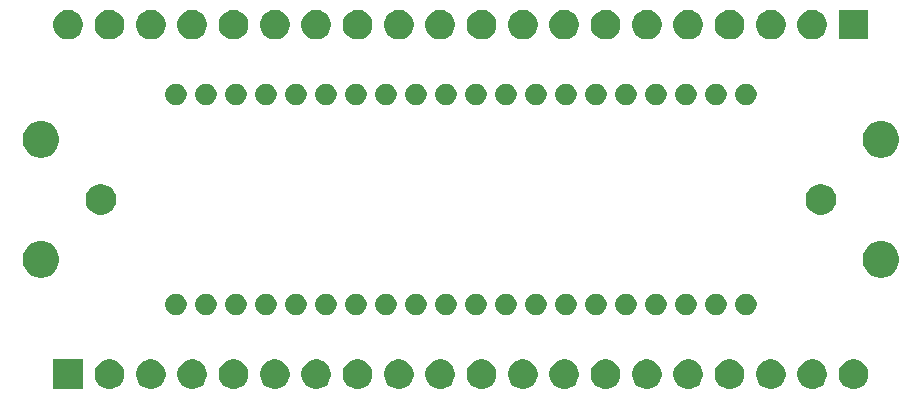
<source format=gbr>
G04 #@! TF.GenerationSoftware,KiCad,Pcbnew,5.1.5+dfsg1-2build2*
G04 #@! TF.CreationDate,2021-02-18T12:16:05-05:00*
G04 #@! TF.ProjectId,C11,4331312e-6b69-4636-9164-5f7063625858,rev?*
G04 #@! TF.SameCoordinates,Original*
G04 #@! TF.FileFunction,Soldermask,Top*
G04 #@! TF.FilePolarity,Negative*
%FSLAX46Y46*%
G04 Gerber Fmt 4.6, Leading zero omitted, Abs format (unit mm)*
G04 Created by KiCad (PCBNEW 5.1.5+dfsg1-2build2) date 2021-02-18 12:16:05*
%MOMM*%
%LPD*%
G04 APERTURE LIST*
%ADD10C,0.100000*%
G04 APERTURE END LIST*
D10*
G36*
X29984903Y-52640075D02*
G01*
X30212571Y-52734378D01*
X30417466Y-52871285D01*
X30591715Y-53045534D01*
X30728622Y-53250429D01*
X30822925Y-53478097D01*
X30871000Y-53719787D01*
X30871000Y-53966213D01*
X30822925Y-54207903D01*
X30728622Y-54435571D01*
X30591715Y-54640466D01*
X30417466Y-54814715D01*
X30212571Y-54951622D01*
X30212570Y-54951623D01*
X30212569Y-54951623D01*
X29984903Y-55045925D01*
X29743214Y-55094000D01*
X29496786Y-55094000D01*
X29255097Y-55045925D01*
X29027431Y-54951623D01*
X29027430Y-54951623D01*
X29027429Y-54951622D01*
X28822534Y-54814715D01*
X28648285Y-54640466D01*
X28511378Y-54435571D01*
X28417075Y-54207903D01*
X28369000Y-53966213D01*
X28369000Y-53719787D01*
X28417075Y-53478097D01*
X28511378Y-53250429D01*
X28648285Y-53045534D01*
X28822534Y-52871285D01*
X29027429Y-52734378D01*
X29255097Y-52640075D01*
X29496786Y-52592000D01*
X29743214Y-52592000D01*
X29984903Y-52640075D01*
G37*
G36*
X64984903Y-52640075D02*
G01*
X65212571Y-52734378D01*
X65417466Y-52871285D01*
X65591715Y-53045534D01*
X65728622Y-53250429D01*
X65822925Y-53478097D01*
X65871000Y-53719787D01*
X65871000Y-53966213D01*
X65822925Y-54207903D01*
X65728622Y-54435571D01*
X65591715Y-54640466D01*
X65417466Y-54814715D01*
X65212571Y-54951622D01*
X65212570Y-54951623D01*
X65212569Y-54951623D01*
X64984903Y-55045925D01*
X64743214Y-55094000D01*
X64496786Y-55094000D01*
X64255097Y-55045925D01*
X64027431Y-54951623D01*
X64027430Y-54951623D01*
X64027429Y-54951622D01*
X63822534Y-54814715D01*
X63648285Y-54640466D01*
X63511378Y-54435571D01*
X63417075Y-54207903D01*
X63369000Y-53966213D01*
X63369000Y-53719787D01*
X63417075Y-53478097D01*
X63511378Y-53250429D01*
X63648285Y-53045534D01*
X63822534Y-52871285D01*
X64027429Y-52734378D01*
X64255097Y-52640075D01*
X64496786Y-52592000D01*
X64743214Y-52592000D01*
X64984903Y-52640075D01*
G37*
G36*
X27371000Y-55094000D02*
G01*
X24869000Y-55094000D01*
X24869000Y-52592000D01*
X27371000Y-52592000D01*
X27371000Y-55094000D01*
G37*
G36*
X92984903Y-52640075D02*
G01*
X93212571Y-52734378D01*
X93417466Y-52871285D01*
X93591715Y-53045534D01*
X93728622Y-53250429D01*
X93822925Y-53478097D01*
X93871000Y-53719787D01*
X93871000Y-53966213D01*
X93822925Y-54207903D01*
X93728622Y-54435571D01*
X93591715Y-54640466D01*
X93417466Y-54814715D01*
X93212571Y-54951622D01*
X93212570Y-54951623D01*
X93212569Y-54951623D01*
X92984903Y-55045925D01*
X92743214Y-55094000D01*
X92496786Y-55094000D01*
X92255097Y-55045925D01*
X92027431Y-54951623D01*
X92027430Y-54951623D01*
X92027429Y-54951622D01*
X91822534Y-54814715D01*
X91648285Y-54640466D01*
X91511378Y-54435571D01*
X91417075Y-54207903D01*
X91369000Y-53966213D01*
X91369000Y-53719787D01*
X91417075Y-53478097D01*
X91511378Y-53250429D01*
X91648285Y-53045534D01*
X91822534Y-52871285D01*
X92027429Y-52734378D01*
X92255097Y-52640075D01*
X92496786Y-52592000D01*
X92743214Y-52592000D01*
X92984903Y-52640075D01*
G37*
G36*
X89484903Y-52640075D02*
G01*
X89712571Y-52734378D01*
X89917466Y-52871285D01*
X90091715Y-53045534D01*
X90228622Y-53250429D01*
X90322925Y-53478097D01*
X90371000Y-53719787D01*
X90371000Y-53966213D01*
X90322925Y-54207903D01*
X90228622Y-54435571D01*
X90091715Y-54640466D01*
X89917466Y-54814715D01*
X89712571Y-54951622D01*
X89712570Y-54951623D01*
X89712569Y-54951623D01*
X89484903Y-55045925D01*
X89243214Y-55094000D01*
X88996786Y-55094000D01*
X88755097Y-55045925D01*
X88527431Y-54951623D01*
X88527430Y-54951623D01*
X88527429Y-54951622D01*
X88322534Y-54814715D01*
X88148285Y-54640466D01*
X88011378Y-54435571D01*
X87917075Y-54207903D01*
X87869000Y-53966213D01*
X87869000Y-53719787D01*
X87917075Y-53478097D01*
X88011378Y-53250429D01*
X88148285Y-53045534D01*
X88322534Y-52871285D01*
X88527429Y-52734378D01*
X88755097Y-52640075D01*
X88996786Y-52592000D01*
X89243214Y-52592000D01*
X89484903Y-52640075D01*
G37*
G36*
X85984903Y-52640075D02*
G01*
X86212571Y-52734378D01*
X86417466Y-52871285D01*
X86591715Y-53045534D01*
X86728622Y-53250429D01*
X86822925Y-53478097D01*
X86871000Y-53719787D01*
X86871000Y-53966213D01*
X86822925Y-54207903D01*
X86728622Y-54435571D01*
X86591715Y-54640466D01*
X86417466Y-54814715D01*
X86212571Y-54951622D01*
X86212570Y-54951623D01*
X86212569Y-54951623D01*
X85984903Y-55045925D01*
X85743214Y-55094000D01*
X85496786Y-55094000D01*
X85255097Y-55045925D01*
X85027431Y-54951623D01*
X85027430Y-54951623D01*
X85027429Y-54951622D01*
X84822534Y-54814715D01*
X84648285Y-54640466D01*
X84511378Y-54435571D01*
X84417075Y-54207903D01*
X84369000Y-53966213D01*
X84369000Y-53719787D01*
X84417075Y-53478097D01*
X84511378Y-53250429D01*
X84648285Y-53045534D01*
X84822534Y-52871285D01*
X85027429Y-52734378D01*
X85255097Y-52640075D01*
X85496786Y-52592000D01*
X85743214Y-52592000D01*
X85984903Y-52640075D01*
G37*
G36*
X82484903Y-52640075D02*
G01*
X82712571Y-52734378D01*
X82917466Y-52871285D01*
X83091715Y-53045534D01*
X83228622Y-53250429D01*
X83322925Y-53478097D01*
X83371000Y-53719787D01*
X83371000Y-53966213D01*
X83322925Y-54207903D01*
X83228622Y-54435571D01*
X83091715Y-54640466D01*
X82917466Y-54814715D01*
X82712571Y-54951622D01*
X82712570Y-54951623D01*
X82712569Y-54951623D01*
X82484903Y-55045925D01*
X82243214Y-55094000D01*
X81996786Y-55094000D01*
X81755097Y-55045925D01*
X81527431Y-54951623D01*
X81527430Y-54951623D01*
X81527429Y-54951622D01*
X81322534Y-54814715D01*
X81148285Y-54640466D01*
X81011378Y-54435571D01*
X80917075Y-54207903D01*
X80869000Y-53966213D01*
X80869000Y-53719787D01*
X80917075Y-53478097D01*
X81011378Y-53250429D01*
X81148285Y-53045534D01*
X81322534Y-52871285D01*
X81527429Y-52734378D01*
X81755097Y-52640075D01*
X81996786Y-52592000D01*
X82243214Y-52592000D01*
X82484903Y-52640075D01*
G37*
G36*
X78984903Y-52640075D02*
G01*
X79212571Y-52734378D01*
X79417466Y-52871285D01*
X79591715Y-53045534D01*
X79728622Y-53250429D01*
X79822925Y-53478097D01*
X79871000Y-53719787D01*
X79871000Y-53966213D01*
X79822925Y-54207903D01*
X79728622Y-54435571D01*
X79591715Y-54640466D01*
X79417466Y-54814715D01*
X79212571Y-54951622D01*
X79212570Y-54951623D01*
X79212569Y-54951623D01*
X78984903Y-55045925D01*
X78743214Y-55094000D01*
X78496786Y-55094000D01*
X78255097Y-55045925D01*
X78027431Y-54951623D01*
X78027430Y-54951623D01*
X78027429Y-54951622D01*
X77822534Y-54814715D01*
X77648285Y-54640466D01*
X77511378Y-54435571D01*
X77417075Y-54207903D01*
X77369000Y-53966213D01*
X77369000Y-53719787D01*
X77417075Y-53478097D01*
X77511378Y-53250429D01*
X77648285Y-53045534D01*
X77822534Y-52871285D01*
X78027429Y-52734378D01*
X78255097Y-52640075D01*
X78496786Y-52592000D01*
X78743214Y-52592000D01*
X78984903Y-52640075D01*
G37*
G36*
X75484903Y-52640075D02*
G01*
X75712571Y-52734378D01*
X75917466Y-52871285D01*
X76091715Y-53045534D01*
X76228622Y-53250429D01*
X76322925Y-53478097D01*
X76371000Y-53719787D01*
X76371000Y-53966213D01*
X76322925Y-54207903D01*
X76228622Y-54435571D01*
X76091715Y-54640466D01*
X75917466Y-54814715D01*
X75712571Y-54951622D01*
X75712570Y-54951623D01*
X75712569Y-54951623D01*
X75484903Y-55045925D01*
X75243214Y-55094000D01*
X74996786Y-55094000D01*
X74755097Y-55045925D01*
X74527431Y-54951623D01*
X74527430Y-54951623D01*
X74527429Y-54951622D01*
X74322534Y-54814715D01*
X74148285Y-54640466D01*
X74011378Y-54435571D01*
X73917075Y-54207903D01*
X73869000Y-53966213D01*
X73869000Y-53719787D01*
X73917075Y-53478097D01*
X74011378Y-53250429D01*
X74148285Y-53045534D01*
X74322534Y-52871285D01*
X74527429Y-52734378D01*
X74755097Y-52640075D01*
X74996786Y-52592000D01*
X75243214Y-52592000D01*
X75484903Y-52640075D01*
G37*
G36*
X71984903Y-52640075D02*
G01*
X72212571Y-52734378D01*
X72417466Y-52871285D01*
X72591715Y-53045534D01*
X72728622Y-53250429D01*
X72822925Y-53478097D01*
X72871000Y-53719787D01*
X72871000Y-53966213D01*
X72822925Y-54207903D01*
X72728622Y-54435571D01*
X72591715Y-54640466D01*
X72417466Y-54814715D01*
X72212571Y-54951622D01*
X72212570Y-54951623D01*
X72212569Y-54951623D01*
X71984903Y-55045925D01*
X71743214Y-55094000D01*
X71496786Y-55094000D01*
X71255097Y-55045925D01*
X71027431Y-54951623D01*
X71027430Y-54951623D01*
X71027429Y-54951622D01*
X70822534Y-54814715D01*
X70648285Y-54640466D01*
X70511378Y-54435571D01*
X70417075Y-54207903D01*
X70369000Y-53966213D01*
X70369000Y-53719787D01*
X70417075Y-53478097D01*
X70511378Y-53250429D01*
X70648285Y-53045534D01*
X70822534Y-52871285D01*
X71027429Y-52734378D01*
X71255097Y-52640075D01*
X71496786Y-52592000D01*
X71743214Y-52592000D01*
X71984903Y-52640075D01*
G37*
G36*
X68484903Y-52640075D02*
G01*
X68712571Y-52734378D01*
X68917466Y-52871285D01*
X69091715Y-53045534D01*
X69228622Y-53250429D01*
X69322925Y-53478097D01*
X69371000Y-53719787D01*
X69371000Y-53966213D01*
X69322925Y-54207903D01*
X69228622Y-54435571D01*
X69091715Y-54640466D01*
X68917466Y-54814715D01*
X68712571Y-54951622D01*
X68712570Y-54951623D01*
X68712569Y-54951623D01*
X68484903Y-55045925D01*
X68243214Y-55094000D01*
X67996786Y-55094000D01*
X67755097Y-55045925D01*
X67527431Y-54951623D01*
X67527430Y-54951623D01*
X67527429Y-54951622D01*
X67322534Y-54814715D01*
X67148285Y-54640466D01*
X67011378Y-54435571D01*
X66917075Y-54207903D01*
X66869000Y-53966213D01*
X66869000Y-53719787D01*
X66917075Y-53478097D01*
X67011378Y-53250429D01*
X67148285Y-53045534D01*
X67322534Y-52871285D01*
X67527429Y-52734378D01*
X67755097Y-52640075D01*
X67996786Y-52592000D01*
X68243214Y-52592000D01*
X68484903Y-52640075D01*
G37*
G36*
X57984903Y-52640075D02*
G01*
X58212571Y-52734378D01*
X58417466Y-52871285D01*
X58591715Y-53045534D01*
X58728622Y-53250429D01*
X58822925Y-53478097D01*
X58871000Y-53719787D01*
X58871000Y-53966213D01*
X58822925Y-54207903D01*
X58728622Y-54435571D01*
X58591715Y-54640466D01*
X58417466Y-54814715D01*
X58212571Y-54951622D01*
X58212570Y-54951623D01*
X58212569Y-54951623D01*
X57984903Y-55045925D01*
X57743214Y-55094000D01*
X57496786Y-55094000D01*
X57255097Y-55045925D01*
X57027431Y-54951623D01*
X57027430Y-54951623D01*
X57027429Y-54951622D01*
X56822534Y-54814715D01*
X56648285Y-54640466D01*
X56511378Y-54435571D01*
X56417075Y-54207903D01*
X56369000Y-53966213D01*
X56369000Y-53719787D01*
X56417075Y-53478097D01*
X56511378Y-53250429D01*
X56648285Y-53045534D01*
X56822534Y-52871285D01*
X57027429Y-52734378D01*
X57255097Y-52640075D01*
X57496786Y-52592000D01*
X57743214Y-52592000D01*
X57984903Y-52640075D01*
G37*
G36*
X54484903Y-52640075D02*
G01*
X54712571Y-52734378D01*
X54917466Y-52871285D01*
X55091715Y-53045534D01*
X55228622Y-53250429D01*
X55322925Y-53478097D01*
X55371000Y-53719787D01*
X55371000Y-53966213D01*
X55322925Y-54207903D01*
X55228622Y-54435571D01*
X55091715Y-54640466D01*
X54917466Y-54814715D01*
X54712571Y-54951622D01*
X54712570Y-54951623D01*
X54712569Y-54951623D01*
X54484903Y-55045925D01*
X54243214Y-55094000D01*
X53996786Y-55094000D01*
X53755097Y-55045925D01*
X53527431Y-54951623D01*
X53527430Y-54951623D01*
X53527429Y-54951622D01*
X53322534Y-54814715D01*
X53148285Y-54640466D01*
X53011378Y-54435571D01*
X52917075Y-54207903D01*
X52869000Y-53966213D01*
X52869000Y-53719787D01*
X52917075Y-53478097D01*
X53011378Y-53250429D01*
X53148285Y-53045534D01*
X53322534Y-52871285D01*
X53527429Y-52734378D01*
X53755097Y-52640075D01*
X53996786Y-52592000D01*
X54243214Y-52592000D01*
X54484903Y-52640075D01*
G37*
G36*
X50984903Y-52640075D02*
G01*
X51212571Y-52734378D01*
X51417466Y-52871285D01*
X51591715Y-53045534D01*
X51728622Y-53250429D01*
X51822925Y-53478097D01*
X51871000Y-53719787D01*
X51871000Y-53966213D01*
X51822925Y-54207903D01*
X51728622Y-54435571D01*
X51591715Y-54640466D01*
X51417466Y-54814715D01*
X51212571Y-54951622D01*
X51212570Y-54951623D01*
X51212569Y-54951623D01*
X50984903Y-55045925D01*
X50743214Y-55094000D01*
X50496786Y-55094000D01*
X50255097Y-55045925D01*
X50027431Y-54951623D01*
X50027430Y-54951623D01*
X50027429Y-54951622D01*
X49822534Y-54814715D01*
X49648285Y-54640466D01*
X49511378Y-54435571D01*
X49417075Y-54207903D01*
X49369000Y-53966213D01*
X49369000Y-53719787D01*
X49417075Y-53478097D01*
X49511378Y-53250429D01*
X49648285Y-53045534D01*
X49822534Y-52871285D01*
X50027429Y-52734378D01*
X50255097Y-52640075D01*
X50496786Y-52592000D01*
X50743214Y-52592000D01*
X50984903Y-52640075D01*
G37*
G36*
X47484903Y-52640075D02*
G01*
X47712571Y-52734378D01*
X47917466Y-52871285D01*
X48091715Y-53045534D01*
X48228622Y-53250429D01*
X48322925Y-53478097D01*
X48371000Y-53719787D01*
X48371000Y-53966213D01*
X48322925Y-54207903D01*
X48228622Y-54435571D01*
X48091715Y-54640466D01*
X47917466Y-54814715D01*
X47712571Y-54951622D01*
X47712570Y-54951623D01*
X47712569Y-54951623D01*
X47484903Y-55045925D01*
X47243214Y-55094000D01*
X46996786Y-55094000D01*
X46755097Y-55045925D01*
X46527431Y-54951623D01*
X46527430Y-54951623D01*
X46527429Y-54951622D01*
X46322534Y-54814715D01*
X46148285Y-54640466D01*
X46011378Y-54435571D01*
X45917075Y-54207903D01*
X45869000Y-53966213D01*
X45869000Y-53719787D01*
X45917075Y-53478097D01*
X46011378Y-53250429D01*
X46148285Y-53045534D01*
X46322534Y-52871285D01*
X46527429Y-52734378D01*
X46755097Y-52640075D01*
X46996786Y-52592000D01*
X47243214Y-52592000D01*
X47484903Y-52640075D01*
G37*
G36*
X43984903Y-52640075D02*
G01*
X44212571Y-52734378D01*
X44417466Y-52871285D01*
X44591715Y-53045534D01*
X44728622Y-53250429D01*
X44822925Y-53478097D01*
X44871000Y-53719787D01*
X44871000Y-53966213D01*
X44822925Y-54207903D01*
X44728622Y-54435571D01*
X44591715Y-54640466D01*
X44417466Y-54814715D01*
X44212571Y-54951622D01*
X44212570Y-54951623D01*
X44212569Y-54951623D01*
X43984903Y-55045925D01*
X43743214Y-55094000D01*
X43496786Y-55094000D01*
X43255097Y-55045925D01*
X43027431Y-54951623D01*
X43027430Y-54951623D01*
X43027429Y-54951622D01*
X42822534Y-54814715D01*
X42648285Y-54640466D01*
X42511378Y-54435571D01*
X42417075Y-54207903D01*
X42369000Y-53966213D01*
X42369000Y-53719787D01*
X42417075Y-53478097D01*
X42511378Y-53250429D01*
X42648285Y-53045534D01*
X42822534Y-52871285D01*
X43027429Y-52734378D01*
X43255097Y-52640075D01*
X43496786Y-52592000D01*
X43743214Y-52592000D01*
X43984903Y-52640075D01*
G37*
G36*
X40484903Y-52640075D02*
G01*
X40712571Y-52734378D01*
X40917466Y-52871285D01*
X41091715Y-53045534D01*
X41228622Y-53250429D01*
X41322925Y-53478097D01*
X41371000Y-53719787D01*
X41371000Y-53966213D01*
X41322925Y-54207903D01*
X41228622Y-54435571D01*
X41091715Y-54640466D01*
X40917466Y-54814715D01*
X40712571Y-54951622D01*
X40712570Y-54951623D01*
X40712569Y-54951623D01*
X40484903Y-55045925D01*
X40243214Y-55094000D01*
X39996786Y-55094000D01*
X39755097Y-55045925D01*
X39527431Y-54951623D01*
X39527430Y-54951623D01*
X39527429Y-54951622D01*
X39322534Y-54814715D01*
X39148285Y-54640466D01*
X39011378Y-54435571D01*
X38917075Y-54207903D01*
X38869000Y-53966213D01*
X38869000Y-53719787D01*
X38917075Y-53478097D01*
X39011378Y-53250429D01*
X39148285Y-53045534D01*
X39322534Y-52871285D01*
X39527429Y-52734378D01*
X39755097Y-52640075D01*
X39996786Y-52592000D01*
X40243214Y-52592000D01*
X40484903Y-52640075D01*
G37*
G36*
X36984903Y-52640075D02*
G01*
X37212571Y-52734378D01*
X37417466Y-52871285D01*
X37591715Y-53045534D01*
X37728622Y-53250429D01*
X37822925Y-53478097D01*
X37871000Y-53719787D01*
X37871000Y-53966213D01*
X37822925Y-54207903D01*
X37728622Y-54435571D01*
X37591715Y-54640466D01*
X37417466Y-54814715D01*
X37212571Y-54951622D01*
X37212570Y-54951623D01*
X37212569Y-54951623D01*
X36984903Y-55045925D01*
X36743214Y-55094000D01*
X36496786Y-55094000D01*
X36255097Y-55045925D01*
X36027431Y-54951623D01*
X36027430Y-54951623D01*
X36027429Y-54951622D01*
X35822534Y-54814715D01*
X35648285Y-54640466D01*
X35511378Y-54435571D01*
X35417075Y-54207903D01*
X35369000Y-53966213D01*
X35369000Y-53719787D01*
X35417075Y-53478097D01*
X35511378Y-53250429D01*
X35648285Y-53045534D01*
X35822534Y-52871285D01*
X36027429Y-52734378D01*
X36255097Y-52640075D01*
X36496786Y-52592000D01*
X36743214Y-52592000D01*
X36984903Y-52640075D01*
G37*
G36*
X33484903Y-52640075D02*
G01*
X33712571Y-52734378D01*
X33917466Y-52871285D01*
X34091715Y-53045534D01*
X34228622Y-53250429D01*
X34322925Y-53478097D01*
X34371000Y-53719787D01*
X34371000Y-53966213D01*
X34322925Y-54207903D01*
X34228622Y-54435571D01*
X34091715Y-54640466D01*
X33917466Y-54814715D01*
X33712571Y-54951622D01*
X33712570Y-54951623D01*
X33712569Y-54951623D01*
X33484903Y-55045925D01*
X33243214Y-55094000D01*
X32996786Y-55094000D01*
X32755097Y-55045925D01*
X32527431Y-54951623D01*
X32527430Y-54951623D01*
X32527429Y-54951622D01*
X32322534Y-54814715D01*
X32148285Y-54640466D01*
X32011378Y-54435571D01*
X31917075Y-54207903D01*
X31869000Y-53966213D01*
X31869000Y-53719787D01*
X31917075Y-53478097D01*
X32011378Y-53250429D01*
X32148285Y-53045534D01*
X32322534Y-52871285D01*
X32527429Y-52734378D01*
X32755097Y-52640075D01*
X32996786Y-52592000D01*
X33243214Y-52592000D01*
X33484903Y-52640075D01*
G37*
G36*
X61484903Y-52640075D02*
G01*
X61712571Y-52734378D01*
X61917466Y-52871285D01*
X62091715Y-53045534D01*
X62228622Y-53250429D01*
X62322925Y-53478097D01*
X62371000Y-53719787D01*
X62371000Y-53966213D01*
X62322925Y-54207903D01*
X62228622Y-54435571D01*
X62091715Y-54640466D01*
X61917466Y-54814715D01*
X61712571Y-54951622D01*
X61712570Y-54951623D01*
X61712569Y-54951623D01*
X61484903Y-55045925D01*
X61243214Y-55094000D01*
X60996786Y-55094000D01*
X60755097Y-55045925D01*
X60527431Y-54951623D01*
X60527430Y-54951623D01*
X60527429Y-54951622D01*
X60322534Y-54814715D01*
X60148285Y-54640466D01*
X60011378Y-54435571D01*
X59917075Y-54207903D01*
X59869000Y-53966213D01*
X59869000Y-53719787D01*
X59917075Y-53478097D01*
X60011378Y-53250429D01*
X60148285Y-53045534D01*
X60322534Y-52871285D01*
X60527429Y-52734378D01*
X60755097Y-52640075D01*
X60996786Y-52592000D01*
X61243214Y-52592000D01*
X61484903Y-52640075D01*
G37*
G36*
X55673512Y-47043927D02*
G01*
X55822812Y-47073624D01*
X55986784Y-47141544D01*
X56134354Y-47240147D01*
X56259853Y-47365646D01*
X56358456Y-47513216D01*
X56426376Y-47677188D01*
X56461000Y-47851259D01*
X56461000Y-48028741D01*
X56426376Y-48202812D01*
X56358456Y-48366784D01*
X56259853Y-48514354D01*
X56134354Y-48639853D01*
X55986784Y-48738456D01*
X55822812Y-48806376D01*
X55673512Y-48836073D01*
X55648742Y-48841000D01*
X55471258Y-48841000D01*
X55446488Y-48836073D01*
X55297188Y-48806376D01*
X55133216Y-48738456D01*
X54985646Y-48639853D01*
X54860147Y-48514354D01*
X54761544Y-48366784D01*
X54693624Y-48202812D01*
X54659000Y-48028741D01*
X54659000Y-47851259D01*
X54693624Y-47677188D01*
X54761544Y-47513216D01*
X54860147Y-47365646D01*
X54985646Y-47240147D01*
X55133216Y-47141544D01*
X55297188Y-47073624D01*
X55446488Y-47043927D01*
X55471258Y-47039000D01*
X55648742Y-47039000D01*
X55673512Y-47043927D01*
G37*
G36*
X65833512Y-47043927D02*
G01*
X65982812Y-47073624D01*
X66146784Y-47141544D01*
X66294354Y-47240147D01*
X66419853Y-47365646D01*
X66518456Y-47513216D01*
X66586376Y-47677188D01*
X66621000Y-47851259D01*
X66621000Y-48028741D01*
X66586376Y-48202812D01*
X66518456Y-48366784D01*
X66419853Y-48514354D01*
X66294354Y-48639853D01*
X66146784Y-48738456D01*
X65982812Y-48806376D01*
X65833512Y-48836073D01*
X65808742Y-48841000D01*
X65631258Y-48841000D01*
X65606488Y-48836073D01*
X65457188Y-48806376D01*
X65293216Y-48738456D01*
X65145646Y-48639853D01*
X65020147Y-48514354D01*
X64921544Y-48366784D01*
X64853624Y-48202812D01*
X64819000Y-48028741D01*
X64819000Y-47851259D01*
X64853624Y-47677188D01*
X64921544Y-47513216D01*
X65020147Y-47365646D01*
X65145646Y-47240147D01*
X65293216Y-47141544D01*
X65457188Y-47073624D01*
X65606488Y-47043927D01*
X65631258Y-47039000D01*
X65808742Y-47039000D01*
X65833512Y-47043927D01*
G37*
G36*
X53133512Y-47043927D02*
G01*
X53282812Y-47073624D01*
X53446784Y-47141544D01*
X53594354Y-47240147D01*
X53719853Y-47365646D01*
X53818456Y-47513216D01*
X53886376Y-47677188D01*
X53921000Y-47851259D01*
X53921000Y-48028741D01*
X53886376Y-48202812D01*
X53818456Y-48366784D01*
X53719853Y-48514354D01*
X53594354Y-48639853D01*
X53446784Y-48738456D01*
X53282812Y-48806376D01*
X53133512Y-48836073D01*
X53108742Y-48841000D01*
X52931258Y-48841000D01*
X52906488Y-48836073D01*
X52757188Y-48806376D01*
X52593216Y-48738456D01*
X52445646Y-48639853D01*
X52320147Y-48514354D01*
X52221544Y-48366784D01*
X52153624Y-48202812D01*
X52119000Y-48028741D01*
X52119000Y-47851259D01*
X52153624Y-47677188D01*
X52221544Y-47513216D01*
X52320147Y-47365646D01*
X52445646Y-47240147D01*
X52593216Y-47141544D01*
X52757188Y-47073624D01*
X52906488Y-47043927D01*
X52931258Y-47039000D01*
X53108742Y-47039000D01*
X53133512Y-47043927D01*
G37*
G36*
X50593512Y-47043927D02*
G01*
X50742812Y-47073624D01*
X50906784Y-47141544D01*
X51054354Y-47240147D01*
X51179853Y-47365646D01*
X51278456Y-47513216D01*
X51346376Y-47677188D01*
X51381000Y-47851259D01*
X51381000Y-48028741D01*
X51346376Y-48202812D01*
X51278456Y-48366784D01*
X51179853Y-48514354D01*
X51054354Y-48639853D01*
X50906784Y-48738456D01*
X50742812Y-48806376D01*
X50593512Y-48836073D01*
X50568742Y-48841000D01*
X50391258Y-48841000D01*
X50366488Y-48836073D01*
X50217188Y-48806376D01*
X50053216Y-48738456D01*
X49905646Y-48639853D01*
X49780147Y-48514354D01*
X49681544Y-48366784D01*
X49613624Y-48202812D01*
X49579000Y-48028741D01*
X49579000Y-47851259D01*
X49613624Y-47677188D01*
X49681544Y-47513216D01*
X49780147Y-47365646D01*
X49905646Y-47240147D01*
X50053216Y-47141544D01*
X50217188Y-47073624D01*
X50366488Y-47043927D01*
X50391258Y-47039000D01*
X50568742Y-47039000D01*
X50593512Y-47043927D01*
G37*
G36*
X48053512Y-47043927D02*
G01*
X48202812Y-47073624D01*
X48366784Y-47141544D01*
X48514354Y-47240147D01*
X48639853Y-47365646D01*
X48738456Y-47513216D01*
X48806376Y-47677188D01*
X48841000Y-47851259D01*
X48841000Y-48028741D01*
X48806376Y-48202812D01*
X48738456Y-48366784D01*
X48639853Y-48514354D01*
X48514354Y-48639853D01*
X48366784Y-48738456D01*
X48202812Y-48806376D01*
X48053512Y-48836073D01*
X48028742Y-48841000D01*
X47851258Y-48841000D01*
X47826488Y-48836073D01*
X47677188Y-48806376D01*
X47513216Y-48738456D01*
X47365646Y-48639853D01*
X47240147Y-48514354D01*
X47141544Y-48366784D01*
X47073624Y-48202812D01*
X47039000Y-48028741D01*
X47039000Y-47851259D01*
X47073624Y-47677188D01*
X47141544Y-47513216D01*
X47240147Y-47365646D01*
X47365646Y-47240147D01*
X47513216Y-47141544D01*
X47677188Y-47073624D01*
X47826488Y-47043927D01*
X47851258Y-47039000D01*
X48028742Y-47039000D01*
X48053512Y-47043927D01*
G37*
G36*
X45513512Y-47043927D02*
G01*
X45662812Y-47073624D01*
X45826784Y-47141544D01*
X45974354Y-47240147D01*
X46099853Y-47365646D01*
X46198456Y-47513216D01*
X46266376Y-47677188D01*
X46301000Y-47851259D01*
X46301000Y-48028741D01*
X46266376Y-48202812D01*
X46198456Y-48366784D01*
X46099853Y-48514354D01*
X45974354Y-48639853D01*
X45826784Y-48738456D01*
X45662812Y-48806376D01*
X45513512Y-48836073D01*
X45488742Y-48841000D01*
X45311258Y-48841000D01*
X45286488Y-48836073D01*
X45137188Y-48806376D01*
X44973216Y-48738456D01*
X44825646Y-48639853D01*
X44700147Y-48514354D01*
X44601544Y-48366784D01*
X44533624Y-48202812D01*
X44499000Y-48028741D01*
X44499000Y-47851259D01*
X44533624Y-47677188D01*
X44601544Y-47513216D01*
X44700147Y-47365646D01*
X44825646Y-47240147D01*
X44973216Y-47141544D01*
X45137188Y-47073624D01*
X45286488Y-47043927D01*
X45311258Y-47039000D01*
X45488742Y-47039000D01*
X45513512Y-47043927D01*
G37*
G36*
X42973512Y-47043927D02*
G01*
X43122812Y-47073624D01*
X43286784Y-47141544D01*
X43434354Y-47240147D01*
X43559853Y-47365646D01*
X43658456Y-47513216D01*
X43726376Y-47677188D01*
X43761000Y-47851259D01*
X43761000Y-48028741D01*
X43726376Y-48202812D01*
X43658456Y-48366784D01*
X43559853Y-48514354D01*
X43434354Y-48639853D01*
X43286784Y-48738456D01*
X43122812Y-48806376D01*
X42973512Y-48836073D01*
X42948742Y-48841000D01*
X42771258Y-48841000D01*
X42746488Y-48836073D01*
X42597188Y-48806376D01*
X42433216Y-48738456D01*
X42285646Y-48639853D01*
X42160147Y-48514354D01*
X42061544Y-48366784D01*
X41993624Y-48202812D01*
X41959000Y-48028741D01*
X41959000Y-47851259D01*
X41993624Y-47677188D01*
X42061544Y-47513216D01*
X42160147Y-47365646D01*
X42285646Y-47240147D01*
X42433216Y-47141544D01*
X42597188Y-47073624D01*
X42746488Y-47043927D01*
X42771258Y-47039000D01*
X42948742Y-47039000D01*
X42973512Y-47043927D01*
G37*
G36*
X40433512Y-47043927D02*
G01*
X40582812Y-47073624D01*
X40746784Y-47141544D01*
X40894354Y-47240147D01*
X41019853Y-47365646D01*
X41118456Y-47513216D01*
X41186376Y-47677188D01*
X41221000Y-47851259D01*
X41221000Y-48028741D01*
X41186376Y-48202812D01*
X41118456Y-48366784D01*
X41019853Y-48514354D01*
X40894354Y-48639853D01*
X40746784Y-48738456D01*
X40582812Y-48806376D01*
X40433512Y-48836073D01*
X40408742Y-48841000D01*
X40231258Y-48841000D01*
X40206488Y-48836073D01*
X40057188Y-48806376D01*
X39893216Y-48738456D01*
X39745646Y-48639853D01*
X39620147Y-48514354D01*
X39521544Y-48366784D01*
X39453624Y-48202812D01*
X39419000Y-48028741D01*
X39419000Y-47851259D01*
X39453624Y-47677188D01*
X39521544Y-47513216D01*
X39620147Y-47365646D01*
X39745646Y-47240147D01*
X39893216Y-47141544D01*
X40057188Y-47073624D01*
X40206488Y-47043927D01*
X40231258Y-47039000D01*
X40408742Y-47039000D01*
X40433512Y-47043927D01*
G37*
G36*
X37893512Y-47043927D02*
G01*
X38042812Y-47073624D01*
X38206784Y-47141544D01*
X38354354Y-47240147D01*
X38479853Y-47365646D01*
X38578456Y-47513216D01*
X38646376Y-47677188D01*
X38681000Y-47851259D01*
X38681000Y-48028741D01*
X38646376Y-48202812D01*
X38578456Y-48366784D01*
X38479853Y-48514354D01*
X38354354Y-48639853D01*
X38206784Y-48738456D01*
X38042812Y-48806376D01*
X37893512Y-48836073D01*
X37868742Y-48841000D01*
X37691258Y-48841000D01*
X37666488Y-48836073D01*
X37517188Y-48806376D01*
X37353216Y-48738456D01*
X37205646Y-48639853D01*
X37080147Y-48514354D01*
X36981544Y-48366784D01*
X36913624Y-48202812D01*
X36879000Y-48028741D01*
X36879000Y-47851259D01*
X36913624Y-47677188D01*
X36981544Y-47513216D01*
X37080147Y-47365646D01*
X37205646Y-47240147D01*
X37353216Y-47141544D01*
X37517188Y-47073624D01*
X37666488Y-47043927D01*
X37691258Y-47039000D01*
X37868742Y-47039000D01*
X37893512Y-47043927D01*
G37*
G36*
X35353512Y-47043927D02*
G01*
X35502812Y-47073624D01*
X35666784Y-47141544D01*
X35814354Y-47240147D01*
X35939853Y-47365646D01*
X36038456Y-47513216D01*
X36106376Y-47677188D01*
X36141000Y-47851259D01*
X36141000Y-48028741D01*
X36106376Y-48202812D01*
X36038456Y-48366784D01*
X35939853Y-48514354D01*
X35814354Y-48639853D01*
X35666784Y-48738456D01*
X35502812Y-48806376D01*
X35353512Y-48836073D01*
X35328742Y-48841000D01*
X35151258Y-48841000D01*
X35126488Y-48836073D01*
X34977188Y-48806376D01*
X34813216Y-48738456D01*
X34665646Y-48639853D01*
X34540147Y-48514354D01*
X34441544Y-48366784D01*
X34373624Y-48202812D01*
X34339000Y-48028741D01*
X34339000Y-47851259D01*
X34373624Y-47677188D01*
X34441544Y-47513216D01*
X34540147Y-47365646D01*
X34665646Y-47240147D01*
X34813216Y-47141544D01*
X34977188Y-47073624D01*
X35126488Y-47043927D01*
X35151258Y-47039000D01*
X35328742Y-47039000D01*
X35353512Y-47043927D01*
G37*
G36*
X58213512Y-47043927D02*
G01*
X58362812Y-47073624D01*
X58526784Y-47141544D01*
X58674354Y-47240147D01*
X58799853Y-47365646D01*
X58898456Y-47513216D01*
X58966376Y-47677188D01*
X59001000Y-47851259D01*
X59001000Y-48028741D01*
X58966376Y-48202812D01*
X58898456Y-48366784D01*
X58799853Y-48514354D01*
X58674354Y-48639853D01*
X58526784Y-48738456D01*
X58362812Y-48806376D01*
X58213512Y-48836073D01*
X58188742Y-48841000D01*
X58011258Y-48841000D01*
X57986488Y-48836073D01*
X57837188Y-48806376D01*
X57673216Y-48738456D01*
X57525646Y-48639853D01*
X57400147Y-48514354D01*
X57301544Y-48366784D01*
X57233624Y-48202812D01*
X57199000Y-48028741D01*
X57199000Y-47851259D01*
X57233624Y-47677188D01*
X57301544Y-47513216D01*
X57400147Y-47365646D01*
X57525646Y-47240147D01*
X57673216Y-47141544D01*
X57837188Y-47073624D01*
X57986488Y-47043927D01*
X58011258Y-47039000D01*
X58188742Y-47039000D01*
X58213512Y-47043927D01*
G37*
G36*
X60753512Y-47043927D02*
G01*
X60902812Y-47073624D01*
X61066784Y-47141544D01*
X61214354Y-47240147D01*
X61339853Y-47365646D01*
X61438456Y-47513216D01*
X61506376Y-47677188D01*
X61541000Y-47851259D01*
X61541000Y-48028741D01*
X61506376Y-48202812D01*
X61438456Y-48366784D01*
X61339853Y-48514354D01*
X61214354Y-48639853D01*
X61066784Y-48738456D01*
X60902812Y-48806376D01*
X60753512Y-48836073D01*
X60728742Y-48841000D01*
X60551258Y-48841000D01*
X60526488Y-48836073D01*
X60377188Y-48806376D01*
X60213216Y-48738456D01*
X60065646Y-48639853D01*
X59940147Y-48514354D01*
X59841544Y-48366784D01*
X59773624Y-48202812D01*
X59739000Y-48028741D01*
X59739000Y-47851259D01*
X59773624Y-47677188D01*
X59841544Y-47513216D01*
X59940147Y-47365646D01*
X60065646Y-47240147D01*
X60213216Y-47141544D01*
X60377188Y-47073624D01*
X60526488Y-47043927D01*
X60551258Y-47039000D01*
X60728742Y-47039000D01*
X60753512Y-47043927D01*
G37*
G36*
X63293512Y-47043927D02*
G01*
X63442812Y-47073624D01*
X63606784Y-47141544D01*
X63754354Y-47240147D01*
X63879853Y-47365646D01*
X63978456Y-47513216D01*
X64046376Y-47677188D01*
X64081000Y-47851259D01*
X64081000Y-48028741D01*
X64046376Y-48202812D01*
X63978456Y-48366784D01*
X63879853Y-48514354D01*
X63754354Y-48639853D01*
X63606784Y-48738456D01*
X63442812Y-48806376D01*
X63293512Y-48836073D01*
X63268742Y-48841000D01*
X63091258Y-48841000D01*
X63066488Y-48836073D01*
X62917188Y-48806376D01*
X62753216Y-48738456D01*
X62605646Y-48639853D01*
X62480147Y-48514354D01*
X62381544Y-48366784D01*
X62313624Y-48202812D01*
X62279000Y-48028741D01*
X62279000Y-47851259D01*
X62313624Y-47677188D01*
X62381544Y-47513216D01*
X62480147Y-47365646D01*
X62605646Y-47240147D01*
X62753216Y-47141544D01*
X62917188Y-47073624D01*
X63066488Y-47043927D01*
X63091258Y-47039000D01*
X63268742Y-47039000D01*
X63293512Y-47043927D01*
G37*
G36*
X68373512Y-47043927D02*
G01*
X68522812Y-47073624D01*
X68686784Y-47141544D01*
X68834354Y-47240147D01*
X68959853Y-47365646D01*
X69058456Y-47513216D01*
X69126376Y-47677188D01*
X69161000Y-47851259D01*
X69161000Y-48028741D01*
X69126376Y-48202812D01*
X69058456Y-48366784D01*
X68959853Y-48514354D01*
X68834354Y-48639853D01*
X68686784Y-48738456D01*
X68522812Y-48806376D01*
X68373512Y-48836073D01*
X68348742Y-48841000D01*
X68171258Y-48841000D01*
X68146488Y-48836073D01*
X67997188Y-48806376D01*
X67833216Y-48738456D01*
X67685646Y-48639853D01*
X67560147Y-48514354D01*
X67461544Y-48366784D01*
X67393624Y-48202812D01*
X67359000Y-48028741D01*
X67359000Y-47851259D01*
X67393624Y-47677188D01*
X67461544Y-47513216D01*
X67560147Y-47365646D01*
X67685646Y-47240147D01*
X67833216Y-47141544D01*
X67997188Y-47073624D01*
X68146488Y-47043927D01*
X68171258Y-47039000D01*
X68348742Y-47039000D01*
X68373512Y-47043927D01*
G37*
G36*
X70913512Y-47043927D02*
G01*
X71062812Y-47073624D01*
X71226784Y-47141544D01*
X71374354Y-47240147D01*
X71499853Y-47365646D01*
X71598456Y-47513216D01*
X71666376Y-47677188D01*
X71701000Y-47851259D01*
X71701000Y-48028741D01*
X71666376Y-48202812D01*
X71598456Y-48366784D01*
X71499853Y-48514354D01*
X71374354Y-48639853D01*
X71226784Y-48738456D01*
X71062812Y-48806376D01*
X70913512Y-48836073D01*
X70888742Y-48841000D01*
X70711258Y-48841000D01*
X70686488Y-48836073D01*
X70537188Y-48806376D01*
X70373216Y-48738456D01*
X70225646Y-48639853D01*
X70100147Y-48514354D01*
X70001544Y-48366784D01*
X69933624Y-48202812D01*
X69899000Y-48028741D01*
X69899000Y-47851259D01*
X69933624Y-47677188D01*
X70001544Y-47513216D01*
X70100147Y-47365646D01*
X70225646Y-47240147D01*
X70373216Y-47141544D01*
X70537188Y-47073624D01*
X70686488Y-47043927D01*
X70711258Y-47039000D01*
X70888742Y-47039000D01*
X70913512Y-47043927D01*
G37*
G36*
X73453512Y-47043927D02*
G01*
X73602812Y-47073624D01*
X73766784Y-47141544D01*
X73914354Y-47240147D01*
X74039853Y-47365646D01*
X74138456Y-47513216D01*
X74206376Y-47677188D01*
X74241000Y-47851259D01*
X74241000Y-48028741D01*
X74206376Y-48202812D01*
X74138456Y-48366784D01*
X74039853Y-48514354D01*
X73914354Y-48639853D01*
X73766784Y-48738456D01*
X73602812Y-48806376D01*
X73453512Y-48836073D01*
X73428742Y-48841000D01*
X73251258Y-48841000D01*
X73226488Y-48836073D01*
X73077188Y-48806376D01*
X72913216Y-48738456D01*
X72765646Y-48639853D01*
X72640147Y-48514354D01*
X72541544Y-48366784D01*
X72473624Y-48202812D01*
X72439000Y-48028741D01*
X72439000Y-47851259D01*
X72473624Y-47677188D01*
X72541544Y-47513216D01*
X72640147Y-47365646D01*
X72765646Y-47240147D01*
X72913216Y-47141544D01*
X73077188Y-47073624D01*
X73226488Y-47043927D01*
X73251258Y-47039000D01*
X73428742Y-47039000D01*
X73453512Y-47043927D01*
G37*
G36*
X75993512Y-47043927D02*
G01*
X76142812Y-47073624D01*
X76306784Y-47141544D01*
X76454354Y-47240147D01*
X76579853Y-47365646D01*
X76678456Y-47513216D01*
X76746376Y-47677188D01*
X76781000Y-47851259D01*
X76781000Y-48028741D01*
X76746376Y-48202812D01*
X76678456Y-48366784D01*
X76579853Y-48514354D01*
X76454354Y-48639853D01*
X76306784Y-48738456D01*
X76142812Y-48806376D01*
X75993512Y-48836073D01*
X75968742Y-48841000D01*
X75791258Y-48841000D01*
X75766488Y-48836073D01*
X75617188Y-48806376D01*
X75453216Y-48738456D01*
X75305646Y-48639853D01*
X75180147Y-48514354D01*
X75081544Y-48366784D01*
X75013624Y-48202812D01*
X74979000Y-48028741D01*
X74979000Y-47851259D01*
X75013624Y-47677188D01*
X75081544Y-47513216D01*
X75180147Y-47365646D01*
X75305646Y-47240147D01*
X75453216Y-47141544D01*
X75617188Y-47073624D01*
X75766488Y-47043927D01*
X75791258Y-47039000D01*
X75968742Y-47039000D01*
X75993512Y-47043927D01*
G37*
G36*
X78533512Y-47043927D02*
G01*
X78682812Y-47073624D01*
X78846784Y-47141544D01*
X78994354Y-47240147D01*
X79119853Y-47365646D01*
X79218456Y-47513216D01*
X79286376Y-47677188D01*
X79321000Y-47851259D01*
X79321000Y-48028741D01*
X79286376Y-48202812D01*
X79218456Y-48366784D01*
X79119853Y-48514354D01*
X78994354Y-48639853D01*
X78846784Y-48738456D01*
X78682812Y-48806376D01*
X78533512Y-48836073D01*
X78508742Y-48841000D01*
X78331258Y-48841000D01*
X78306488Y-48836073D01*
X78157188Y-48806376D01*
X77993216Y-48738456D01*
X77845646Y-48639853D01*
X77720147Y-48514354D01*
X77621544Y-48366784D01*
X77553624Y-48202812D01*
X77519000Y-48028741D01*
X77519000Y-47851259D01*
X77553624Y-47677188D01*
X77621544Y-47513216D01*
X77720147Y-47365646D01*
X77845646Y-47240147D01*
X77993216Y-47141544D01*
X78157188Y-47073624D01*
X78306488Y-47043927D01*
X78331258Y-47039000D01*
X78508742Y-47039000D01*
X78533512Y-47043927D01*
G37*
G36*
X81073512Y-47043927D02*
G01*
X81222812Y-47073624D01*
X81386784Y-47141544D01*
X81534354Y-47240147D01*
X81659853Y-47365646D01*
X81758456Y-47513216D01*
X81826376Y-47677188D01*
X81861000Y-47851259D01*
X81861000Y-48028741D01*
X81826376Y-48202812D01*
X81758456Y-48366784D01*
X81659853Y-48514354D01*
X81534354Y-48639853D01*
X81386784Y-48738456D01*
X81222812Y-48806376D01*
X81073512Y-48836073D01*
X81048742Y-48841000D01*
X80871258Y-48841000D01*
X80846488Y-48836073D01*
X80697188Y-48806376D01*
X80533216Y-48738456D01*
X80385646Y-48639853D01*
X80260147Y-48514354D01*
X80161544Y-48366784D01*
X80093624Y-48202812D01*
X80059000Y-48028741D01*
X80059000Y-47851259D01*
X80093624Y-47677188D01*
X80161544Y-47513216D01*
X80260147Y-47365646D01*
X80385646Y-47240147D01*
X80533216Y-47141544D01*
X80697188Y-47073624D01*
X80846488Y-47043927D01*
X80871258Y-47039000D01*
X81048742Y-47039000D01*
X81073512Y-47043927D01*
G37*
G36*
X83613512Y-47043927D02*
G01*
X83762812Y-47073624D01*
X83926784Y-47141544D01*
X84074354Y-47240147D01*
X84199853Y-47365646D01*
X84298456Y-47513216D01*
X84366376Y-47677188D01*
X84401000Y-47851259D01*
X84401000Y-48028741D01*
X84366376Y-48202812D01*
X84298456Y-48366784D01*
X84199853Y-48514354D01*
X84074354Y-48639853D01*
X83926784Y-48738456D01*
X83762812Y-48806376D01*
X83613512Y-48836073D01*
X83588742Y-48841000D01*
X83411258Y-48841000D01*
X83386488Y-48836073D01*
X83237188Y-48806376D01*
X83073216Y-48738456D01*
X82925646Y-48639853D01*
X82800147Y-48514354D01*
X82701544Y-48366784D01*
X82633624Y-48202812D01*
X82599000Y-48028741D01*
X82599000Y-47851259D01*
X82633624Y-47677188D01*
X82701544Y-47513216D01*
X82800147Y-47365646D01*
X82925646Y-47240147D01*
X83073216Y-47141544D01*
X83237188Y-47073624D01*
X83386488Y-47043927D01*
X83411258Y-47039000D01*
X83588742Y-47039000D01*
X83613512Y-47043927D01*
G37*
G36*
X95232585Y-42608802D02*
G01*
X95382410Y-42638604D01*
X95664674Y-42755521D01*
X95918705Y-42925259D01*
X96134741Y-43141295D01*
X96304479Y-43395326D01*
X96421396Y-43677590D01*
X96481000Y-43977240D01*
X96481000Y-44282760D01*
X96421396Y-44582410D01*
X96304479Y-44864674D01*
X96134741Y-45118705D01*
X95918705Y-45334741D01*
X95664674Y-45504479D01*
X95382410Y-45621396D01*
X95232585Y-45651198D01*
X95082761Y-45681000D01*
X94777239Y-45681000D01*
X94627415Y-45651198D01*
X94477590Y-45621396D01*
X94195326Y-45504479D01*
X93941295Y-45334741D01*
X93725259Y-45118705D01*
X93555521Y-44864674D01*
X93438604Y-44582410D01*
X93379000Y-44282760D01*
X93379000Y-43977240D01*
X93438604Y-43677590D01*
X93555521Y-43395326D01*
X93725259Y-43141295D01*
X93941295Y-42925259D01*
X94195326Y-42755521D01*
X94477590Y-42638604D01*
X94627415Y-42608802D01*
X94777239Y-42579000D01*
X95082761Y-42579000D01*
X95232585Y-42608802D01*
G37*
G36*
X24112585Y-42608802D02*
G01*
X24262410Y-42638604D01*
X24544674Y-42755521D01*
X24798705Y-42925259D01*
X25014741Y-43141295D01*
X25184479Y-43395326D01*
X25301396Y-43677590D01*
X25361000Y-43977240D01*
X25361000Y-44282760D01*
X25301396Y-44582410D01*
X25184479Y-44864674D01*
X25014741Y-45118705D01*
X24798705Y-45334741D01*
X24544674Y-45504479D01*
X24262410Y-45621396D01*
X24112585Y-45651198D01*
X23962761Y-45681000D01*
X23657239Y-45681000D01*
X23507415Y-45651198D01*
X23357590Y-45621396D01*
X23075326Y-45504479D01*
X22821295Y-45334741D01*
X22605259Y-45118705D01*
X22435521Y-44864674D01*
X22318604Y-44582410D01*
X22259000Y-44282760D01*
X22259000Y-43977240D01*
X22318604Y-43677590D01*
X22435521Y-43395326D01*
X22605259Y-43141295D01*
X22821295Y-42925259D01*
X23075326Y-42755521D01*
X23357590Y-42638604D01*
X23507415Y-42608802D01*
X23657239Y-42579000D01*
X23962761Y-42579000D01*
X24112585Y-42608802D01*
G37*
G36*
X90229393Y-37799304D02*
G01*
X90466101Y-37897352D01*
X90466103Y-37897353D01*
X90679135Y-38039696D01*
X90860304Y-38220865D01*
X91002647Y-38433897D01*
X91002648Y-38433899D01*
X91100696Y-38670607D01*
X91150680Y-38921893D01*
X91150680Y-39178107D01*
X91100696Y-39429393D01*
X91002648Y-39666101D01*
X91002647Y-39666103D01*
X90860304Y-39879135D01*
X90679135Y-40060304D01*
X90466103Y-40202647D01*
X90466102Y-40202648D01*
X90466101Y-40202648D01*
X90229393Y-40300696D01*
X89978107Y-40350680D01*
X89721893Y-40350680D01*
X89470607Y-40300696D01*
X89233899Y-40202648D01*
X89233898Y-40202648D01*
X89233897Y-40202647D01*
X89020865Y-40060304D01*
X88839696Y-39879135D01*
X88697353Y-39666103D01*
X88697352Y-39666101D01*
X88599304Y-39429393D01*
X88549320Y-39178107D01*
X88549320Y-38921893D01*
X88599304Y-38670607D01*
X88697352Y-38433899D01*
X88697353Y-38433897D01*
X88839696Y-38220865D01*
X89020865Y-38039696D01*
X89233897Y-37897353D01*
X89233899Y-37897352D01*
X89470607Y-37799304D01*
X89721893Y-37749320D01*
X89978107Y-37749320D01*
X90229393Y-37799304D01*
G37*
G36*
X29269393Y-37799304D02*
G01*
X29506101Y-37897352D01*
X29506103Y-37897353D01*
X29719135Y-38039696D01*
X29900304Y-38220865D01*
X30042647Y-38433897D01*
X30042648Y-38433899D01*
X30140696Y-38670607D01*
X30190680Y-38921893D01*
X30190680Y-39178107D01*
X30140696Y-39429393D01*
X30042648Y-39666101D01*
X30042647Y-39666103D01*
X29900304Y-39879135D01*
X29719135Y-40060304D01*
X29506103Y-40202647D01*
X29506102Y-40202648D01*
X29506101Y-40202648D01*
X29269393Y-40300696D01*
X29018107Y-40350680D01*
X28761893Y-40350680D01*
X28510607Y-40300696D01*
X28273899Y-40202648D01*
X28273898Y-40202648D01*
X28273897Y-40202647D01*
X28060865Y-40060304D01*
X27879696Y-39879135D01*
X27737353Y-39666103D01*
X27737352Y-39666101D01*
X27639304Y-39429393D01*
X27589320Y-39178107D01*
X27589320Y-38921893D01*
X27639304Y-38670607D01*
X27737352Y-38433899D01*
X27737353Y-38433897D01*
X27879696Y-38220865D01*
X28060865Y-38039696D01*
X28273897Y-37897353D01*
X28273899Y-37897352D01*
X28510607Y-37799304D01*
X28761893Y-37749320D01*
X29018107Y-37749320D01*
X29269393Y-37799304D01*
G37*
G36*
X24112585Y-32448802D02*
G01*
X24262410Y-32478604D01*
X24544674Y-32595521D01*
X24798705Y-32765259D01*
X25014741Y-32981295D01*
X25184479Y-33235326D01*
X25301396Y-33517590D01*
X25361000Y-33817240D01*
X25361000Y-34122760D01*
X25301396Y-34422410D01*
X25184479Y-34704674D01*
X25014741Y-34958705D01*
X24798705Y-35174741D01*
X24544674Y-35344479D01*
X24262410Y-35461396D01*
X24112585Y-35491198D01*
X23962761Y-35521000D01*
X23657239Y-35521000D01*
X23507415Y-35491198D01*
X23357590Y-35461396D01*
X23075326Y-35344479D01*
X22821295Y-35174741D01*
X22605259Y-34958705D01*
X22435521Y-34704674D01*
X22318604Y-34422410D01*
X22259000Y-34122760D01*
X22259000Y-33817240D01*
X22318604Y-33517590D01*
X22435521Y-33235326D01*
X22605259Y-32981295D01*
X22821295Y-32765259D01*
X23075326Y-32595521D01*
X23357590Y-32478604D01*
X23507415Y-32448802D01*
X23657239Y-32419000D01*
X23962761Y-32419000D01*
X24112585Y-32448802D01*
G37*
G36*
X95232585Y-32448802D02*
G01*
X95382410Y-32478604D01*
X95664674Y-32595521D01*
X95918705Y-32765259D01*
X96134741Y-32981295D01*
X96304479Y-33235326D01*
X96421396Y-33517590D01*
X96481000Y-33817240D01*
X96481000Y-34122760D01*
X96421396Y-34422410D01*
X96304479Y-34704674D01*
X96134741Y-34958705D01*
X95918705Y-35174741D01*
X95664674Y-35344479D01*
X95382410Y-35461396D01*
X95232585Y-35491198D01*
X95082761Y-35521000D01*
X94777239Y-35521000D01*
X94627415Y-35491198D01*
X94477590Y-35461396D01*
X94195326Y-35344479D01*
X93941295Y-35174741D01*
X93725259Y-34958705D01*
X93555521Y-34704674D01*
X93438604Y-34422410D01*
X93379000Y-34122760D01*
X93379000Y-33817240D01*
X93438604Y-33517590D01*
X93555521Y-33235326D01*
X93725259Y-32981295D01*
X93941295Y-32765259D01*
X94195326Y-32595521D01*
X94477590Y-32478604D01*
X94627415Y-32448802D01*
X94777239Y-32419000D01*
X95082761Y-32419000D01*
X95232585Y-32448802D01*
G37*
G36*
X81073512Y-29263927D02*
G01*
X81222812Y-29293624D01*
X81386784Y-29361544D01*
X81534354Y-29460147D01*
X81659853Y-29585646D01*
X81758456Y-29733216D01*
X81826376Y-29897188D01*
X81861000Y-30071259D01*
X81861000Y-30248741D01*
X81826376Y-30422812D01*
X81758456Y-30586784D01*
X81659853Y-30734354D01*
X81534354Y-30859853D01*
X81386784Y-30958456D01*
X81222812Y-31026376D01*
X81073512Y-31056073D01*
X81048742Y-31061000D01*
X80871258Y-31061000D01*
X80846488Y-31056073D01*
X80697188Y-31026376D01*
X80533216Y-30958456D01*
X80385646Y-30859853D01*
X80260147Y-30734354D01*
X80161544Y-30586784D01*
X80093624Y-30422812D01*
X80059000Y-30248741D01*
X80059000Y-30071259D01*
X80093624Y-29897188D01*
X80161544Y-29733216D01*
X80260147Y-29585646D01*
X80385646Y-29460147D01*
X80533216Y-29361544D01*
X80697188Y-29293624D01*
X80846488Y-29263927D01*
X80871258Y-29259000D01*
X81048742Y-29259000D01*
X81073512Y-29263927D01*
G37*
G36*
X83613512Y-29263927D02*
G01*
X83762812Y-29293624D01*
X83926784Y-29361544D01*
X84074354Y-29460147D01*
X84199853Y-29585646D01*
X84298456Y-29733216D01*
X84366376Y-29897188D01*
X84401000Y-30071259D01*
X84401000Y-30248741D01*
X84366376Y-30422812D01*
X84298456Y-30586784D01*
X84199853Y-30734354D01*
X84074354Y-30859853D01*
X83926784Y-30958456D01*
X83762812Y-31026376D01*
X83613512Y-31056073D01*
X83588742Y-31061000D01*
X83411258Y-31061000D01*
X83386488Y-31056073D01*
X83237188Y-31026376D01*
X83073216Y-30958456D01*
X82925646Y-30859853D01*
X82800147Y-30734354D01*
X82701544Y-30586784D01*
X82633624Y-30422812D01*
X82599000Y-30248741D01*
X82599000Y-30071259D01*
X82633624Y-29897188D01*
X82701544Y-29733216D01*
X82800147Y-29585646D01*
X82925646Y-29460147D01*
X83073216Y-29361544D01*
X83237188Y-29293624D01*
X83386488Y-29263927D01*
X83411258Y-29259000D01*
X83588742Y-29259000D01*
X83613512Y-29263927D01*
G37*
G36*
X78533512Y-29263927D02*
G01*
X78682812Y-29293624D01*
X78846784Y-29361544D01*
X78994354Y-29460147D01*
X79119853Y-29585646D01*
X79218456Y-29733216D01*
X79286376Y-29897188D01*
X79321000Y-30071259D01*
X79321000Y-30248741D01*
X79286376Y-30422812D01*
X79218456Y-30586784D01*
X79119853Y-30734354D01*
X78994354Y-30859853D01*
X78846784Y-30958456D01*
X78682812Y-31026376D01*
X78533512Y-31056073D01*
X78508742Y-31061000D01*
X78331258Y-31061000D01*
X78306488Y-31056073D01*
X78157188Y-31026376D01*
X77993216Y-30958456D01*
X77845646Y-30859853D01*
X77720147Y-30734354D01*
X77621544Y-30586784D01*
X77553624Y-30422812D01*
X77519000Y-30248741D01*
X77519000Y-30071259D01*
X77553624Y-29897188D01*
X77621544Y-29733216D01*
X77720147Y-29585646D01*
X77845646Y-29460147D01*
X77993216Y-29361544D01*
X78157188Y-29293624D01*
X78306488Y-29263927D01*
X78331258Y-29259000D01*
X78508742Y-29259000D01*
X78533512Y-29263927D01*
G37*
G36*
X75993512Y-29263927D02*
G01*
X76142812Y-29293624D01*
X76306784Y-29361544D01*
X76454354Y-29460147D01*
X76579853Y-29585646D01*
X76678456Y-29733216D01*
X76746376Y-29897188D01*
X76781000Y-30071259D01*
X76781000Y-30248741D01*
X76746376Y-30422812D01*
X76678456Y-30586784D01*
X76579853Y-30734354D01*
X76454354Y-30859853D01*
X76306784Y-30958456D01*
X76142812Y-31026376D01*
X75993512Y-31056073D01*
X75968742Y-31061000D01*
X75791258Y-31061000D01*
X75766488Y-31056073D01*
X75617188Y-31026376D01*
X75453216Y-30958456D01*
X75305646Y-30859853D01*
X75180147Y-30734354D01*
X75081544Y-30586784D01*
X75013624Y-30422812D01*
X74979000Y-30248741D01*
X74979000Y-30071259D01*
X75013624Y-29897188D01*
X75081544Y-29733216D01*
X75180147Y-29585646D01*
X75305646Y-29460147D01*
X75453216Y-29361544D01*
X75617188Y-29293624D01*
X75766488Y-29263927D01*
X75791258Y-29259000D01*
X75968742Y-29259000D01*
X75993512Y-29263927D01*
G37*
G36*
X73453512Y-29263927D02*
G01*
X73602812Y-29293624D01*
X73766784Y-29361544D01*
X73914354Y-29460147D01*
X74039853Y-29585646D01*
X74138456Y-29733216D01*
X74206376Y-29897188D01*
X74241000Y-30071259D01*
X74241000Y-30248741D01*
X74206376Y-30422812D01*
X74138456Y-30586784D01*
X74039853Y-30734354D01*
X73914354Y-30859853D01*
X73766784Y-30958456D01*
X73602812Y-31026376D01*
X73453512Y-31056073D01*
X73428742Y-31061000D01*
X73251258Y-31061000D01*
X73226488Y-31056073D01*
X73077188Y-31026376D01*
X72913216Y-30958456D01*
X72765646Y-30859853D01*
X72640147Y-30734354D01*
X72541544Y-30586784D01*
X72473624Y-30422812D01*
X72439000Y-30248741D01*
X72439000Y-30071259D01*
X72473624Y-29897188D01*
X72541544Y-29733216D01*
X72640147Y-29585646D01*
X72765646Y-29460147D01*
X72913216Y-29361544D01*
X73077188Y-29293624D01*
X73226488Y-29263927D01*
X73251258Y-29259000D01*
X73428742Y-29259000D01*
X73453512Y-29263927D01*
G37*
G36*
X70913512Y-29263927D02*
G01*
X71062812Y-29293624D01*
X71226784Y-29361544D01*
X71374354Y-29460147D01*
X71499853Y-29585646D01*
X71598456Y-29733216D01*
X71666376Y-29897188D01*
X71701000Y-30071259D01*
X71701000Y-30248741D01*
X71666376Y-30422812D01*
X71598456Y-30586784D01*
X71499853Y-30734354D01*
X71374354Y-30859853D01*
X71226784Y-30958456D01*
X71062812Y-31026376D01*
X70913512Y-31056073D01*
X70888742Y-31061000D01*
X70711258Y-31061000D01*
X70686488Y-31056073D01*
X70537188Y-31026376D01*
X70373216Y-30958456D01*
X70225646Y-30859853D01*
X70100147Y-30734354D01*
X70001544Y-30586784D01*
X69933624Y-30422812D01*
X69899000Y-30248741D01*
X69899000Y-30071259D01*
X69933624Y-29897188D01*
X70001544Y-29733216D01*
X70100147Y-29585646D01*
X70225646Y-29460147D01*
X70373216Y-29361544D01*
X70537188Y-29293624D01*
X70686488Y-29263927D01*
X70711258Y-29259000D01*
X70888742Y-29259000D01*
X70913512Y-29263927D01*
G37*
G36*
X50593512Y-29263927D02*
G01*
X50742812Y-29293624D01*
X50906784Y-29361544D01*
X51054354Y-29460147D01*
X51179853Y-29585646D01*
X51278456Y-29733216D01*
X51346376Y-29897188D01*
X51381000Y-30071259D01*
X51381000Y-30248741D01*
X51346376Y-30422812D01*
X51278456Y-30586784D01*
X51179853Y-30734354D01*
X51054354Y-30859853D01*
X50906784Y-30958456D01*
X50742812Y-31026376D01*
X50593512Y-31056073D01*
X50568742Y-31061000D01*
X50391258Y-31061000D01*
X50366488Y-31056073D01*
X50217188Y-31026376D01*
X50053216Y-30958456D01*
X49905646Y-30859853D01*
X49780147Y-30734354D01*
X49681544Y-30586784D01*
X49613624Y-30422812D01*
X49579000Y-30248741D01*
X49579000Y-30071259D01*
X49613624Y-29897188D01*
X49681544Y-29733216D01*
X49780147Y-29585646D01*
X49905646Y-29460147D01*
X50053216Y-29361544D01*
X50217188Y-29293624D01*
X50366488Y-29263927D01*
X50391258Y-29259000D01*
X50568742Y-29259000D01*
X50593512Y-29263927D01*
G37*
G36*
X63293512Y-29263927D02*
G01*
X63442812Y-29293624D01*
X63606784Y-29361544D01*
X63754354Y-29460147D01*
X63879853Y-29585646D01*
X63978456Y-29733216D01*
X64046376Y-29897188D01*
X64081000Y-30071259D01*
X64081000Y-30248741D01*
X64046376Y-30422812D01*
X63978456Y-30586784D01*
X63879853Y-30734354D01*
X63754354Y-30859853D01*
X63606784Y-30958456D01*
X63442812Y-31026376D01*
X63293512Y-31056073D01*
X63268742Y-31061000D01*
X63091258Y-31061000D01*
X63066488Y-31056073D01*
X62917188Y-31026376D01*
X62753216Y-30958456D01*
X62605646Y-30859853D01*
X62480147Y-30734354D01*
X62381544Y-30586784D01*
X62313624Y-30422812D01*
X62279000Y-30248741D01*
X62279000Y-30071259D01*
X62313624Y-29897188D01*
X62381544Y-29733216D01*
X62480147Y-29585646D01*
X62605646Y-29460147D01*
X62753216Y-29361544D01*
X62917188Y-29293624D01*
X63066488Y-29263927D01*
X63091258Y-29259000D01*
X63268742Y-29259000D01*
X63293512Y-29263927D01*
G37*
G36*
X60753512Y-29263927D02*
G01*
X60902812Y-29293624D01*
X61066784Y-29361544D01*
X61214354Y-29460147D01*
X61339853Y-29585646D01*
X61438456Y-29733216D01*
X61506376Y-29897188D01*
X61541000Y-30071259D01*
X61541000Y-30248741D01*
X61506376Y-30422812D01*
X61438456Y-30586784D01*
X61339853Y-30734354D01*
X61214354Y-30859853D01*
X61066784Y-30958456D01*
X60902812Y-31026376D01*
X60753512Y-31056073D01*
X60728742Y-31061000D01*
X60551258Y-31061000D01*
X60526488Y-31056073D01*
X60377188Y-31026376D01*
X60213216Y-30958456D01*
X60065646Y-30859853D01*
X59940147Y-30734354D01*
X59841544Y-30586784D01*
X59773624Y-30422812D01*
X59739000Y-30248741D01*
X59739000Y-30071259D01*
X59773624Y-29897188D01*
X59841544Y-29733216D01*
X59940147Y-29585646D01*
X60065646Y-29460147D01*
X60213216Y-29361544D01*
X60377188Y-29293624D01*
X60526488Y-29263927D01*
X60551258Y-29259000D01*
X60728742Y-29259000D01*
X60753512Y-29263927D01*
G37*
G36*
X58213512Y-29263927D02*
G01*
X58362812Y-29293624D01*
X58526784Y-29361544D01*
X58674354Y-29460147D01*
X58799853Y-29585646D01*
X58898456Y-29733216D01*
X58966376Y-29897188D01*
X59001000Y-30071259D01*
X59001000Y-30248741D01*
X58966376Y-30422812D01*
X58898456Y-30586784D01*
X58799853Y-30734354D01*
X58674354Y-30859853D01*
X58526784Y-30958456D01*
X58362812Y-31026376D01*
X58213512Y-31056073D01*
X58188742Y-31061000D01*
X58011258Y-31061000D01*
X57986488Y-31056073D01*
X57837188Y-31026376D01*
X57673216Y-30958456D01*
X57525646Y-30859853D01*
X57400147Y-30734354D01*
X57301544Y-30586784D01*
X57233624Y-30422812D01*
X57199000Y-30248741D01*
X57199000Y-30071259D01*
X57233624Y-29897188D01*
X57301544Y-29733216D01*
X57400147Y-29585646D01*
X57525646Y-29460147D01*
X57673216Y-29361544D01*
X57837188Y-29293624D01*
X57986488Y-29263927D01*
X58011258Y-29259000D01*
X58188742Y-29259000D01*
X58213512Y-29263927D01*
G37*
G36*
X53133512Y-29263927D02*
G01*
X53282812Y-29293624D01*
X53446784Y-29361544D01*
X53594354Y-29460147D01*
X53719853Y-29585646D01*
X53818456Y-29733216D01*
X53886376Y-29897188D01*
X53921000Y-30071259D01*
X53921000Y-30248741D01*
X53886376Y-30422812D01*
X53818456Y-30586784D01*
X53719853Y-30734354D01*
X53594354Y-30859853D01*
X53446784Y-30958456D01*
X53282812Y-31026376D01*
X53133512Y-31056073D01*
X53108742Y-31061000D01*
X52931258Y-31061000D01*
X52906488Y-31056073D01*
X52757188Y-31026376D01*
X52593216Y-30958456D01*
X52445646Y-30859853D01*
X52320147Y-30734354D01*
X52221544Y-30586784D01*
X52153624Y-30422812D01*
X52119000Y-30248741D01*
X52119000Y-30071259D01*
X52153624Y-29897188D01*
X52221544Y-29733216D01*
X52320147Y-29585646D01*
X52445646Y-29460147D01*
X52593216Y-29361544D01*
X52757188Y-29293624D01*
X52906488Y-29263927D01*
X52931258Y-29259000D01*
X53108742Y-29259000D01*
X53133512Y-29263927D01*
G37*
G36*
X55673512Y-29263927D02*
G01*
X55822812Y-29293624D01*
X55986784Y-29361544D01*
X56134354Y-29460147D01*
X56259853Y-29585646D01*
X56358456Y-29733216D01*
X56426376Y-29897188D01*
X56461000Y-30071259D01*
X56461000Y-30248741D01*
X56426376Y-30422812D01*
X56358456Y-30586784D01*
X56259853Y-30734354D01*
X56134354Y-30859853D01*
X55986784Y-30958456D01*
X55822812Y-31026376D01*
X55673512Y-31056073D01*
X55648742Y-31061000D01*
X55471258Y-31061000D01*
X55446488Y-31056073D01*
X55297188Y-31026376D01*
X55133216Y-30958456D01*
X54985646Y-30859853D01*
X54860147Y-30734354D01*
X54761544Y-30586784D01*
X54693624Y-30422812D01*
X54659000Y-30248741D01*
X54659000Y-30071259D01*
X54693624Y-29897188D01*
X54761544Y-29733216D01*
X54860147Y-29585646D01*
X54985646Y-29460147D01*
X55133216Y-29361544D01*
X55297188Y-29293624D01*
X55446488Y-29263927D01*
X55471258Y-29259000D01*
X55648742Y-29259000D01*
X55673512Y-29263927D01*
G37*
G36*
X68373512Y-29263927D02*
G01*
X68522812Y-29293624D01*
X68686784Y-29361544D01*
X68834354Y-29460147D01*
X68959853Y-29585646D01*
X69058456Y-29733216D01*
X69126376Y-29897188D01*
X69161000Y-30071259D01*
X69161000Y-30248741D01*
X69126376Y-30422812D01*
X69058456Y-30586784D01*
X68959853Y-30734354D01*
X68834354Y-30859853D01*
X68686784Y-30958456D01*
X68522812Y-31026376D01*
X68373512Y-31056073D01*
X68348742Y-31061000D01*
X68171258Y-31061000D01*
X68146488Y-31056073D01*
X67997188Y-31026376D01*
X67833216Y-30958456D01*
X67685646Y-30859853D01*
X67560147Y-30734354D01*
X67461544Y-30586784D01*
X67393624Y-30422812D01*
X67359000Y-30248741D01*
X67359000Y-30071259D01*
X67393624Y-29897188D01*
X67461544Y-29733216D01*
X67560147Y-29585646D01*
X67685646Y-29460147D01*
X67833216Y-29361544D01*
X67997188Y-29293624D01*
X68146488Y-29263927D01*
X68171258Y-29259000D01*
X68348742Y-29259000D01*
X68373512Y-29263927D01*
G37*
G36*
X35353512Y-29263927D02*
G01*
X35502812Y-29293624D01*
X35666784Y-29361544D01*
X35814354Y-29460147D01*
X35939853Y-29585646D01*
X36038456Y-29733216D01*
X36106376Y-29897188D01*
X36141000Y-30071259D01*
X36141000Y-30248741D01*
X36106376Y-30422812D01*
X36038456Y-30586784D01*
X35939853Y-30734354D01*
X35814354Y-30859853D01*
X35666784Y-30958456D01*
X35502812Y-31026376D01*
X35353512Y-31056073D01*
X35328742Y-31061000D01*
X35151258Y-31061000D01*
X35126488Y-31056073D01*
X34977188Y-31026376D01*
X34813216Y-30958456D01*
X34665646Y-30859853D01*
X34540147Y-30734354D01*
X34441544Y-30586784D01*
X34373624Y-30422812D01*
X34339000Y-30248741D01*
X34339000Y-30071259D01*
X34373624Y-29897188D01*
X34441544Y-29733216D01*
X34540147Y-29585646D01*
X34665646Y-29460147D01*
X34813216Y-29361544D01*
X34977188Y-29293624D01*
X35126488Y-29263927D01*
X35151258Y-29259000D01*
X35328742Y-29259000D01*
X35353512Y-29263927D01*
G37*
G36*
X37893512Y-29263927D02*
G01*
X38042812Y-29293624D01*
X38206784Y-29361544D01*
X38354354Y-29460147D01*
X38479853Y-29585646D01*
X38578456Y-29733216D01*
X38646376Y-29897188D01*
X38681000Y-30071259D01*
X38681000Y-30248741D01*
X38646376Y-30422812D01*
X38578456Y-30586784D01*
X38479853Y-30734354D01*
X38354354Y-30859853D01*
X38206784Y-30958456D01*
X38042812Y-31026376D01*
X37893512Y-31056073D01*
X37868742Y-31061000D01*
X37691258Y-31061000D01*
X37666488Y-31056073D01*
X37517188Y-31026376D01*
X37353216Y-30958456D01*
X37205646Y-30859853D01*
X37080147Y-30734354D01*
X36981544Y-30586784D01*
X36913624Y-30422812D01*
X36879000Y-30248741D01*
X36879000Y-30071259D01*
X36913624Y-29897188D01*
X36981544Y-29733216D01*
X37080147Y-29585646D01*
X37205646Y-29460147D01*
X37353216Y-29361544D01*
X37517188Y-29293624D01*
X37666488Y-29263927D01*
X37691258Y-29259000D01*
X37868742Y-29259000D01*
X37893512Y-29263927D01*
G37*
G36*
X40433512Y-29263927D02*
G01*
X40582812Y-29293624D01*
X40746784Y-29361544D01*
X40894354Y-29460147D01*
X41019853Y-29585646D01*
X41118456Y-29733216D01*
X41186376Y-29897188D01*
X41221000Y-30071259D01*
X41221000Y-30248741D01*
X41186376Y-30422812D01*
X41118456Y-30586784D01*
X41019853Y-30734354D01*
X40894354Y-30859853D01*
X40746784Y-30958456D01*
X40582812Y-31026376D01*
X40433512Y-31056073D01*
X40408742Y-31061000D01*
X40231258Y-31061000D01*
X40206488Y-31056073D01*
X40057188Y-31026376D01*
X39893216Y-30958456D01*
X39745646Y-30859853D01*
X39620147Y-30734354D01*
X39521544Y-30586784D01*
X39453624Y-30422812D01*
X39419000Y-30248741D01*
X39419000Y-30071259D01*
X39453624Y-29897188D01*
X39521544Y-29733216D01*
X39620147Y-29585646D01*
X39745646Y-29460147D01*
X39893216Y-29361544D01*
X40057188Y-29293624D01*
X40206488Y-29263927D01*
X40231258Y-29259000D01*
X40408742Y-29259000D01*
X40433512Y-29263927D01*
G37*
G36*
X42973512Y-29263927D02*
G01*
X43122812Y-29293624D01*
X43286784Y-29361544D01*
X43434354Y-29460147D01*
X43559853Y-29585646D01*
X43658456Y-29733216D01*
X43726376Y-29897188D01*
X43761000Y-30071259D01*
X43761000Y-30248741D01*
X43726376Y-30422812D01*
X43658456Y-30586784D01*
X43559853Y-30734354D01*
X43434354Y-30859853D01*
X43286784Y-30958456D01*
X43122812Y-31026376D01*
X42973512Y-31056073D01*
X42948742Y-31061000D01*
X42771258Y-31061000D01*
X42746488Y-31056073D01*
X42597188Y-31026376D01*
X42433216Y-30958456D01*
X42285646Y-30859853D01*
X42160147Y-30734354D01*
X42061544Y-30586784D01*
X41993624Y-30422812D01*
X41959000Y-30248741D01*
X41959000Y-30071259D01*
X41993624Y-29897188D01*
X42061544Y-29733216D01*
X42160147Y-29585646D01*
X42285646Y-29460147D01*
X42433216Y-29361544D01*
X42597188Y-29293624D01*
X42746488Y-29263927D01*
X42771258Y-29259000D01*
X42948742Y-29259000D01*
X42973512Y-29263927D01*
G37*
G36*
X45513512Y-29263927D02*
G01*
X45662812Y-29293624D01*
X45826784Y-29361544D01*
X45974354Y-29460147D01*
X46099853Y-29585646D01*
X46198456Y-29733216D01*
X46266376Y-29897188D01*
X46301000Y-30071259D01*
X46301000Y-30248741D01*
X46266376Y-30422812D01*
X46198456Y-30586784D01*
X46099853Y-30734354D01*
X45974354Y-30859853D01*
X45826784Y-30958456D01*
X45662812Y-31026376D01*
X45513512Y-31056073D01*
X45488742Y-31061000D01*
X45311258Y-31061000D01*
X45286488Y-31056073D01*
X45137188Y-31026376D01*
X44973216Y-30958456D01*
X44825646Y-30859853D01*
X44700147Y-30734354D01*
X44601544Y-30586784D01*
X44533624Y-30422812D01*
X44499000Y-30248741D01*
X44499000Y-30071259D01*
X44533624Y-29897188D01*
X44601544Y-29733216D01*
X44700147Y-29585646D01*
X44825646Y-29460147D01*
X44973216Y-29361544D01*
X45137188Y-29293624D01*
X45286488Y-29263927D01*
X45311258Y-29259000D01*
X45488742Y-29259000D01*
X45513512Y-29263927D01*
G37*
G36*
X48053512Y-29263927D02*
G01*
X48202812Y-29293624D01*
X48366784Y-29361544D01*
X48514354Y-29460147D01*
X48639853Y-29585646D01*
X48738456Y-29733216D01*
X48806376Y-29897188D01*
X48841000Y-30071259D01*
X48841000Y-30248741D01*
X48806376Y-30422812D01*
X48738456Y-30586784D01*
X48639853Y-30734354D01*
X48514354Y-30859853D01*
X48366784Y-30958456D01*
X48202812Y-31026376D01*
X48053512Y-31056073D01*
X48028742Y-31061000D01*
X47851258Y-31061000D01*
X47826488Y-31056073D01*
X47677188Y-31026376D01*
X47513216Y-30958456D01*
X47365646Y-30859853D01*
X47240147Y-30734354D01*
X47141544Y-30586784D01*
X47073624Y-30422812D01*
X47039000Y-30248741D01*
X47039000Y-30071259D01*
X47073624Y-29897188D01*
X47141544Y-29733216D01*
X47240147Y-29585646D01*
X47365646Y-29460147D01*
X47513216Y-29361544D01*
X47677188Y-29293624D01*
X47826488Y-29263927D01*
X47851258Y-29259000D01*
X48028742Y-29259000D01*
X48053512Y-29263927D01*
G37*
G36*
X65833512Y-29263927D02*
G01*
X65982812Y-29293624D01*
X66146784Y-29361544D01*
X66294354Y-29460147D01*
X66419853Y-29585646D01*
X66518456Y-29733216D01*
X66586376Y-29897188D01*
X66621000Y-30071259D01*
X66621000Y-30248741D01*
X66586376Y-30422812D01*
X66518456Y-30586784D01*
X66419853Y-30734354D01*
X66294354Y-30859853D01*
X66146784Y-30958456D01*
X65982812Y-31026376D01*
X65833512Y-31056073D01*
X65808742Y-31061000D01*
X65631258Y-31061000D01*
X65606488Y-31056073D01*
X65457188Y-31026376D01*
X65293216Y-30958456D01*
X65145646Y-30859853D01*
X65020147Y-30734354D01*
X64921544Y-30586784D01*
X64853624Y-30422812D01*
X64819000Y-30248741D01*
X64819000Y-30071259D01*
X64853624Y-29897188D01*
X64921544Y-29733216D01*
X65020147Y-29585646D01*
X65145646Y-29460147D01*
X65293216Y-29361544D01*
X65457188Y-29293624D01*
X65606488Y-29263927D01*
X65631258Y-29259000D01*
X65808742Y-29259000D01*
X65833512Y-29263927D01*
G37*
G36*
X26484903Y-23054075D02*
G01*
X26712571Y-23148378D01*
X26917466Y-23285285D01*
X27091715Y-23459534D01*
X27228622Y-23664429D01*
X27322925Y-23892097D01*
X27371000Y-24133787D01*
X27371000Y-24380213D01*
X27322925Y-24621903D01*
X27228622Y-24849571D01*
X27091715Y-25054466D01*
X26917466Y-25228715D01*
X26712571Y-25365622D01*
X26712570Y-25365623D01*
X26712569Y-25365623D01*
X26484903Y-25459925D01*
X26243214Y-25508000D01*
X25996786Y-25508000D01*
X25755097Y-25459925D01*
X25527431Y-25365623D01*
X25527430Y-25365623D01*
X25527429Y-25365622D01*
X25322534Y-25228715D01*
X25148285Y-25054466D01*
X25011378Y-24849571D01*
X24917075Y-24621903D01*
X24869000Y-24380213D01*
X24869000Y-24133787D01*
X24917075Y-23892097D01*
X25011378Y-23664429D01*
X25148285Y-23459534D01*
X25322534Y-23285285D01*
X25527429Y-23148378D01*
X25755097Y-23054075D01*
X25996786Y-23006000D01*
X26243214Y-23006000D01*
X26484903Y-23054075D01*
G37*
G36*
X29984903Y-23054075D02*
G01*
X30212571Y-23148378D01*
X30417466Y-23285285D01*
X30591715Y-23459534D01*
X30728622Y-23664429D01*
X30822925Y-23892097D01*
X30871000Y-24133787D01*
X30871000Y-24380213D01*
X30822925Y-24621903D01*
X30728622Y-24849571D01*
X30591715Y-25054466D01*
X30417466Y-25228715D01*
X30212571Y-25365622D01*
X30212570Y-25365623D01*
X30212569Y-25365623D01*
X29984903Y-25459925D01*
X29743214Y-25508000D01*
X29496786Y-25508000D01*
X29255097Y-25459925D01*
X29027431Y-25365623D01*
X29027430Y-25365623D01*
X29027429Y-25365622D01*
X28822534Y-25228715D01*
X28648285Y-25054466D01*
X28511378Y-24849571D01*
X28417075Y-24621903D01*
X28369000Y-24380213D01*
X28369000Y-24133787D01*
X28417075Y-23892097D01*
X28511378Y-23664429D01*
X28648285Y-23459534D01*
X28822534Y-23285285D01*
X29027429Y-23148378D01*
X29255097Y-23054075D01*
X29496786Y-23006000D01*
X29743214Y-23006000D01*
X29984903Y-23054075D01*
G37*
G36*
X33484903Y-23054075D02*
G01*
X33712571Y-23148378D01*
X33917466Y-23285285D01*
X34091715Y-23459534D01*
X34228622Y-23664429D01*
X34322925Y-23892097D01*
X34371000Y-24133787D01*
X34371000Y-24380213D01*
X34322925Y-24621903D01*
X34228622Y-24849571D01*
X34091715Y-25054466D01*
X33917466Y-25228715D01*
X33712571Y-25365622D01*
X33712570Y-25365623D01*
X33712569Y-25365623D01*
X33484903Y-25459925D01*
X33243214Y-25508000D01*
X32996786Y-25508000D01*
X32755097Y-25459925D01*
X32527431Y-25365623D01*
X32527430Y-25365623D01*
X32527429Y-25365622D01*
X32322534Y-25228715D01*
X32148285Y-25054466D01*
X32011378Y-24849571D01*
X31917075Y-24621903D01*
X31869000Y-24380213D01*
X31869000Y-24133787D01*
X31917075Y-23892097D01*
X32011378Y-23664429D01*
X32148285Y-23459534D01*
X32322534Y-23285285D01*
X32527429Y-23148378D01*
X32755097Y-23054075D01*
X32996786Y-23006000D01*
X33243214Y-23006000D01*
X33484903Y-23054075D01*
G37*
G36*
X36984903Y-23054075D02*
G01*
X37212571Y-23148378D01*
X37417466Y-23285285D01*
X37591715Y-23459534D01*
X37728622Y-23664429D01*
X37822925Y-23892097D01*
X37871000Y-24133787D01*
X37871000Y-24380213D01*
X37822925Y-24621903D01*
X37728622Y-24849571D01*
X37591715Y-25054466D01*
X37417466Y-25228715D01*
X37212571Y-25365622D01*
X37212570Y-25365623D01*
X37212569Y-25365623D01*
X36984903Y-25459925D01*
X36743214Y-25508000D01*
X36496786Y-25508000D01*
X36255097Y-25459925D01*
X36027431Y-25365623D01*
X36027430Y-25365623D01*
X36027429Y-25365622D01*
X35822534Y-25228715D01*
X35648285Y-25054466D01*
X35511378Y-24849571D01*
X35417075Y-24621903D01*
X35369000Y-24380213D01*
X35369000Y-24133787D01*
X35417075Y-23892097D01*
X35511378Y-23664429D01*
X35648285Y-23459534D01*
X35822534Y-23285285D01*
X36027429Y-23148378D01*
X36255097Y-23054075D01*
X36496786Y-23006000D01*
X36743214Y-23006000D01*
X36984903Y-23054075D01*
G37*
G36*
X40484903Y-23054075D02*
G01*
X40712571Y-23148378D01*
X40917466Y-23285285D01*
X41091715Y-23459534D01*
X41228622Y-23664429D01*
X41322925Y-23892097D01*
X41371000Y-24133787D01*
X41371000Y-24380213D01*
X41322925Y-24621903D01*
X41228622Y-24849571D01*
X41091715Y-25054466D01*
X40917466Y-25228715D01*
X40712571Y-25365622D01*
X40712570Y-25365623D01*
X40712569Y-25365623D01*
X40484903Y-25459925D01*
X40243214Y-25508000D01*
X39996786Y-25508000D01*
X39755097Y-25459925D01*
X39527431Y-25365623D01*
X39527430Y-25365623D01*
X39527429Y-25365622D01*
X39322534Y-25228715D01*
X39148285Y-25054466D01*
X39011378Y-24849571D01*
X38917075Y-24621903D01*
X38869000Y-24380213D01*
X38869000Y-24133787D01*
X38917075Y-23892097D01*
X39011378Y-23664429D01*
X39148285Y-23459534D01*
X39322534Y-23285285D01*
X39527429Y-23148378D01*
X39755097Y-23054075D01*
X39996786Y-23006000D01*
X40243214Y-23006000D01*
X40484903Y-23054075D01*
G37*
G36*
X43984903Y-23054075D02*
G01*
X44212571Y-23148378D01*
X44417466Y-23285285D01*
X44591715Y-23459534D01*
X44728622Y-23664429D01*
X44822925Y-23892097D01*
X44871000Y-24133787D01*
X44871000Y-24380213D01*
X44822925Y-24621903D01*
X44728622Y-24849571D01*
X44591715Y-25054466D01*
X44417466Y-25228715D01*
X44212571Y-25365622D01*
X44212570Y-25365623D01*
X44212569Y-25365623D01*
X43984903Y-25459925D01*
X43743214Y-25508000D01*
X43496786Y-25508000D01*
X43255097Y-25459925D01*
X43027431Y-25365623D01*
X43027430Y-25365623D01*
X43027429Y-25365622D01*
X42822534Y-25228715D01*
X42648285Y-25054466D01*
X42511378Y-24849571D01*
X42417075Y-24621903D01*
X42369000Y-24380213D01*
X42369000Y-24133787D01*
X42417075Y-23892097D01*
X42511378Y-23664429D01*
X42648285Y-23459534D01*
X42822534Y-23285285D01*
X43027429Y-23148378D01*
X43255097Y-23054075D01*
X43496786Y-23006000D01*
X43743214Y-23006000D01*
X43984903Y-23054075D01*
G37*
G36*
X93871000Y-25508000D02*
G01*
X91369000Y-25508000D01*
X91369000Y-23006000D01*
X93871000Y-23006000D01*
X93871000Y-25508000D01*
G37*
G36*
X89484903Y-23054075D02*
G01*
X89712571Y-23148378D01*
X89917466Y-23285285D01*
X90091715Y-23459534D01*
X90228622Y-23664429D01*
X90322925Y-23892097D01*
X90371000Y-24133787D01*
X90371000Y-24380213D01*
X90322925Y-24621903D01*
X90228622Y-24849571D01*
X90091715Y-25054466D01*
X89917466Y-25228715D01*
X89712571Y-25365622D01*
X89712570Y-25365623D01*
X89712569Y-25365623D01*
X89484903Y-25459925D01*
X89243214Y-25508000D01*
X88996786Y-25508000D01*
X88755097Y-25459925D01*
X88527431Y-25365623D01*
X88527430Y-25365623D01*
X88527429Y-25365622D01*
X88322534Y-25228715D01*
X88148285Y-25054466D01*
X88011378Y-24849571D01*
X87917075Y-24621903D01*
X87869000Y-24380213D01*
X87869000Y-24133787D01*
X87917075Y-23892097D01*
X88011378Y-23664429D01*
X88148285Y-23459534D01*
X88322534Y-23285285D01*
X88527429Y-23148378D01*
X88755097Y-23054075D01*
X88996786Y-23006000D01*
X89243214Y-23006000D01*
X89484903Y-23054075D01*
G37*
G36*
X85984903Y-23054075D02*
G01*
X86212571Y-23148378D01*
X86417466Y-23285285D01*
X86591715Y-23459534D01*
X86728622Y-23664429D01*
X86822925Y-23892097D01*
X86871000Y-24133787D01*
X86871000Y-24380213D01*
X86822925Y-24621903D01*
X86728622Y-24849571D01*
X86591715Y-25054466D01*
X86417466Y-25228715D01*
X86212571Y-25365622D01*
X86212570Y-25365623D01*
X86212569Y-25365623D01*
X85984903Y-25459925D01*
X85743214Y-25508000D01*
X85496786Y-25508000D01*
X85255097Y-25459925D01*
X85027431Y-25365623D01*
X85027430Y-25365623D01*
X85027429Y-25365622D01*
X84822534Y-25228715D01*
X84648285Y-25054466D01*
X84511378Y-24849571D01*
X84417075Y-24621903D01*
X84369000Y-24380213D01*
X84369000Y-24133787D01*
X84417075Y-23892097D01*
X84511378Y-23664429D01*
X84648285Y-23459534D01*
X84822534Y-23285285D01*
X85027429Y-23148378D01*
X85255097Y-23054075D01*
X85496786Y-23006000D01*
X85743214Y-23006000D01*
X85984903Y-23054075D01*
G37*
G36*
X47484903Y-23054075D02*
G01*
X47712571Y-23148378D01*
X47917466Y-23285285D01*
X48091715Y-23459534D01*
X48228622Y-23664429D01*
X48322925Y-23892097D01*
X48371000Y-24133787D01*
X48371000Y-24380213D01*
X48322925Y-24621903D01*
X48228622Y-24849571D01*
X48091715Y-25054466D01*
X47917466Y-25228715D01*
X47712571Y-25365622D01*
X47712570Y-25365623D01*
X47712569Y-25365623D01*
X47484903Y-25459925D01*
X47243214Y-25508000D01*
X46996786Y-25508000D01*
X46755097Y-25459925D01*
X46527431Y-25365623D01*
X46527430Y-25365623D01*
X46527429Y-25365622D01*
X46322534Y-25228715D01*
X46148285Y-25054466D01*
X46011378Y-24849571D01*
X45917075Y-24621903D01*
X45869000Y-24380213D01*
X45869000Y-24133787D01*
X45917075Y-23892097D01*
X46011378Y-23664429D01*
X46148285Y-23459534D01*
X46322534Y-23285285D01*
X46527429Y-23148378D01*
X46755097Y-23054075D01*
X46996786Y-23006000D01*
X47243214Y-23006000D01*
X47484903Y-23054075D01*
G37*
G36*
X78984903Y-23054075D02*
G01*
X79212571Y-23148378D01*
X79417466Y-23285285D01*
X79591715Y-23459534D01*
X79728622Y-23664429D01*
X79822925Y-23892097D01*
X79871000Y-24133787D01*
X79871000Y-24380213D01*
X79822925Y-24621903D01*
X79728622Y-24849571D01*
X79591715Y-25054466D01*
X79417466Y-25228715D01*
X79212571Y-25365622D01*
X79212570Y-25365623D01*
X79212569Y-25365623D01*
X78984903Y-25459925D01*
X78743214Y-25508000D01*
X78496786Y-25508000D01*
X78255097Y-25459925D01*
X78027431Y-25365623D01*
X78027430Y-25365623D01*
X78027429Y-25365622D01*
X77822534Y-25228715D01*
X77648285Y-25054466D01*
X77511378Y-24849571D01*
X77417075Y-24621903D01*
X77369000Y-24380213D01*
X77369000Y-24133787D01*
X77417075Y-23892097D01*
X77511378Y-23664429D01*
X77648285Y-23459534D01*
X77822534Y-23285285D01*
X78027429Y-23148378D01*
X78255097Y-23054075D01*
X78496786Y-23006000D01*
X78743214Y-23006000D01*
X78984903Y-23054075D01*
G37*
G36*
X75484903Y-23054075D02*
G01*
X75712571Y-23148378D01*
X75917466Y-23285285D01*
X76091715Y-23459534D01*
X76228622Y-23664429D01*
X76322925Y-23892097D01*
X76371000Y-24133787D01*
X76371000Y-24380213D01*
X76322925Y-24621903D01*
X76228622Y-24849571D01*
X76091715Y-25054466D01*
X75917466Y-25228715D01*
X75712571Y-25365622D01*
X75712570Y-25365623D01*
X75712569Y-25365623D01*
X75484903Y-25459925D01*
X75243214Y-25508000D01*
X74996786Y-25508000D01*
X74755097Y-25459925D01*
X74527431Y-25365623D01*
X74527430Y-25365623D01*
X74527429Y-25365622D01*
X74322534Y-25228715D01*
X74148285Y-25054466D01*
X74011378Y-24849571D01*
X73917075Y-24621903D01*
X73869000Y-24380213D01*
X73869000Y-24133787D01*
X73917075Y-23892097D01*
X74011378Y-23664429D01*
X74148285Y-23459534D01*
X74322534Y-23285285D01*
X74527429Y-23148378D01*
X74755097Y-23054075D01*
X74996786Y-23006000D01*
X75243214Y-23006000D01*
X75484903Y-23054075D01*
G37*
G36*
X71984903Y-23054075D02*
G01*
X72212571Y-23148378D01*
X72417466Y-23285285D01*
X72591715Y-23459534D01*
X72728622Y-23664429D01*
X72822925Y-23892097D01*
X72871000Y-24133787D01*
X72871000Y-24380213D01*
X72822925Y-24621903D01*
X72728622Y-24849571D01*
X72591715Y-25054466D01*
X72417466Y-25228715D01*
X72212571Y-25365622D01*
X72212570Y-25365623D01*
X72212569Y-25365623D01*
X71984903Y-25459925D01*
X71743214Y-25508000D01*
X71496786Y-25508000D01*
X71255097Y-25459925D01*
X71027431Y-25365623D01*
X71027430Y-25365623D01*
X71027429Y-25365622D01*
X70822534Y-25228715D01*
X70648285Y-25054466D01*
X70511378Y-24849571D01*
X70417075Y-24621903D01*
X70369000Y-24380213D01*
X70369000Y-24133787D01*
X70417075Y-23892097D01*
X70511378Y-23664429D01*
X70648285Y-23459534D01*
X70822534Y-23285285D01*
X71027429Y-23148378D01*
X71255097Y-23054075D01*
X71496786Y-23006000D01*
X71743214Y-23006000D01*
X71984903Y-23054075D01*
G37*
G36*
X68484903Y-23054075D02*
G01*
X68712571Y-23148378D01*
X68917466Y-23285285D01*
X69091715Y-23459534D01*
X69228622Y-23664429D01*
X69322925Y-23892097D01*
X69371000Y-24133787D01*
X69371000Y-24380213D01*
X69322925Y-24621903D01*
X69228622Y-24849571D01*
X69091715Y-25054466D01*
X68917466Y-25228715D01*
X68712571Y-25365622D01*
X68712570Y-25365623D01*
X68712569Y-25365623D01*
X68484903Y-25459925D01*
X68243214Y-25508000D01*
X67996786Y-25508000D01*
X67755097Y-25459925D01*
X67527431Y-25365623D01*
X67527430Y-25365623D01*
X67527429Y-25365622D01*
X67322534Y-25228715D01*
X67148285Y-25054466D01*
X67011378Y-24849571D01*
X66917075Y-24621903D01*
X66869000Y-24380213D01*
X66869000Y-24133787D01*
X66917075Y-23892097D01*
X67011378Y-23664429D01*
X67148285Y-23459534D01*
X67322534Y-23285285D01*
X67527429Y-23148378D01*
X67755097Y-23054075D01*
X67996786Y-23006000D01*
X68243214Y-23006000D01*
X68484903Y-23054075D01*
G37*
G36*
X64984903Y-23054075D02*
G01*
X65212571Y-23148378D01*
X65417466Y-23285285D01*
X65591715Y-23459534D01*
X65728622Y-23664429D01*
X65822925Y-23892097D01*
X65871000Y-24133787D01*
X65871000Y-24380213D01*
X65822925Y-24621903D01*
X65728622Y-24849571D01*
X65591715Y-25054466D01*
X65417466Y-25228715D01*
X65212571Y-25365622D01*
X65212570Y-25365623D01*
X65212569Y-25365623D01*
X64984903Y-25459925D01*
X64743214Y-25508000D01*
X64496786Y-25508000D01*
X64255097Y-25459925D01*
X64027431Y-25365623D01*
X64027430Y-25365623D01*
X64027429Y-25365622D01*
X63822534Y-25228715D01*
X63648285Y-25054466D01*
X63511378Y-24849571D01*
X63417075Y-24621903D01*
X63369000Y-24380213D01*
X63369000Y-24133787D01*
X63417075Y-23892097D01*
X63511378Y-23664429D01*
X63648285Y-23459534D01*
X63822534Y-23285285D01*
X64027429Y-23148378D01*
X64255097Y-23054075D01*
X64496786Y-23006000D01*
X64743214Y-23006000D01*
X64984903Y-23054075D01*
G37*
G36*
X61484903Y-23054075D02*
G01*
X61712571Y-23148378D01*
X61917466Y-23285285D01*
X62091715Y-23459534D01*
X62228622Y-23664429D01*
X62322925Y-23892097D01*
X62371000Y-24133787D01*
X62371000Y-24380213D01*
X62322925Y-24621903D01*
X62228622Y-24849571D01*
X62091715Y-25054466D01*
X61917466Y-25228715D01*
X61712571Y-25365622D01*
X61712570Y-25365623D01*
X61712569Y-25365623D01*
X61484903Y-25459925D01*
X61243214Y-25508000D01*
X60996786Y-25508000D01*
X60755097Y-25459925D01*
X60527431Y-25365623D01*
X60527430Y-25365623D01*
X60527429Y-25365622D01*
X60322534Y-25228715D01*
X60148285Y-25054466D01*
X60011378Y-24849571D01*
X59917075Y-24621903D01*
X59869000Y-24380213D01*
X59869000Y-24133787D01*
X59917075Y-23892097D01*
X60011378Y-23664429D01*
X60148285Y-23459534D01*
X60322534Y-23285285D01*
X60527429Y-23148378D01*
X60755097Y-23054075D01*
X60996786Y-23006000D01*
X61243214Y-23006000D01*
X61484903Y-23054075D01*
G37*
G36*
X57984903Y-23054075D02*
G01*
X58212571Y-23148378D01*
X58417466Y-23285285D01*
X58591715Y-23459534D01*
X58728622Y-23664429D01*
X58822925Y-23892097D01*
X58871000Y-24133787D01*
X58871000Y-24380213D01*
X58822925Y-24621903D01*
X58728622Y-24849571D01*
X58591715Y-25054466D01*
X58417466Y-25228715D01*
X58212571Y-25365622D01*
X58212570Y-25365623D01*
X58212569Y-25365623D01*
X57984903Y-25459925D01*
X57743214Y-25508000D01*
X57496786Y-25508000D01*
X57255097Y-25459925D01*
X57027431Y-25365623D01*
X57027430Y-25365623D01*
X57027429Y-25365622D01*
X56822534Y-25228715D01*
X56648285Y-25054466D01*
X56511378Y-24849571D01*
X56417075Y-24621903D01*
X56369000Y-24380213D01*
X56369000Y-24133787D01*
X56417075Y-23892097D01*
X56511378Y-23664429D01*
X56648285Y-23459534D01*
X56822534Y-23285285D01*
X57027429Y-23148378D01*
X57255097Y-23054075D01*
X57496786Y-23006000D01*
X57743214Y-23006000D01*
X57984903Y-23054075D01*
G37*
G36*
X54484903Y-23054075D02*
G01*
X54712571Y-23148378D01*
X54917466Y-23285285D01*
X55091715Y-23459534D01*
X55228622Y-23664429D01*
X55322925Y-23892097D01*
X55371000Y-24133787D01*
X55371000Y-24380213D01*
X55322925Y-24621903D01*
X55228622Y-24849571D01*
X55091715Y-25054466D01*
X54917466Y-25228715D01*
X54712571Y-25365622D01*
X54712570Y-25365623D01*
X54712569Y-25365623D01*
X54484903Y-25459925D01*
X54243214Y-25508000D01*
X53996786Y-25508000D01*
X53755097Y-25459925D01*
X53527431Y-25365623D01*
X53527430Y-25365623D01*
X53527429Y-25365622D01*
X53322534Y-25228715D01*
X53148285Y-25054466D01*
X53011378Y-24849571D01*
X52917075Y-24621903D01*
X52869000Y-24380213D01*
X52869000Y-24133787D01*
X52917075Y-23892097D01*
X53011378Y-23664429D01*
X53148285Y-23459534D01*
X53322534Y-23285285D01*
X53527429Y-23148378D01*
X53755097Y-23054075D01*
X53996786Y-23006000D01*
X54243214Y-23006000D01*
X54484903Y-23054075D01*
G37*
G36*
X50984903Y-23054075D02*
G01*
X51212571Y-23148378D01*
X51417466Y-23285285D01*
X51591715Y-23459534D01*
X51728622Y-23664429D01*
X51822925Y-23892097D01*
X51871000Y-24133787D01*
X51871000Y-24380213D01*
X51822925Y-24621903D01*
X51728622Y-24849571D01*
X51591715Y-25054466D01*
X51417466Y-25228715D01*
X51212571Y-25365622D01*
X51212570Y-25365623D01*
X51212569Y-25365623D01*
X50984903Y-25459925D01*
X50743214Y-25508000D01*
X50496786Y-25508000D01*
X50255097Y-25459925D01*
X50027431Y-25365623D01*
X50027430Y-25365623D01*
X50027429Y-25365622D01*
X49822534Y-25228715D01*
X49648285Y-25054466D01*
X49511378Y-24849571D01*
X49417075Y-24621903D01*
X49369000Y-24380213D01*
X49369000Y-24133787D01*
X49417075Y-23892097D01*
X49511378Y-23664429D01*
X49648285Y-23459534D01*
X49822534Y-23285285D01*
X50027429Y-23148378D01*
X50255097Y-23054075D01*
X50496786Y-23006000D01*
X50743214Y-23006000D01*
X50984903Y-23054075D01*
G37*
G36*
X82484903Y-23054075D02*
G01*
X82712571Y-23148378D01*
X82917466Y-23285285D01*
X83091715Y-23459534D01*
X83228622Y-23664429D01*
X83322925Y-23892097D01*
X83371000Y-24133787D01*
X83371000Y-24380213D01*
X83322925Y-24621903D01*
X83228622Y-24849571D01*
X83091715Y-25054466D01*
X82917466Y-25228715D01*
X82712571Y-25365622D01*
X82712570Y-25365623D01*
X82712569Y-25365623D01*
X82484903Y-25459925D01*
X82243214Y-25508000D01*
X81996786Y-25508000D01*
X81755097Y-25459925D01*
X81527431Y-25365623D01*
X81527430Y-25365623D01*
X81527429Y-25365622D01*
X81322534Y-25228715D01*
X81148285Y-25054466D01*
X81011378Y-24849571D01*
X80917075Y-24621903D01*
X80869000Y-24380213D01*
X80869000Y-24133787D01*
X80917075Y-23892097D01*
X81011378Y-23664429D01*
X81148285Y-23459534D01*
X81322534Y-23285285D01*
X81527429Y-23148378D01*
X81755097Y-23054075D01*
X81996786Y-23006000D01*
X82243214Y-23006000D01*
X82484903Y-23054075D01*
G37*
M02*

</source>
